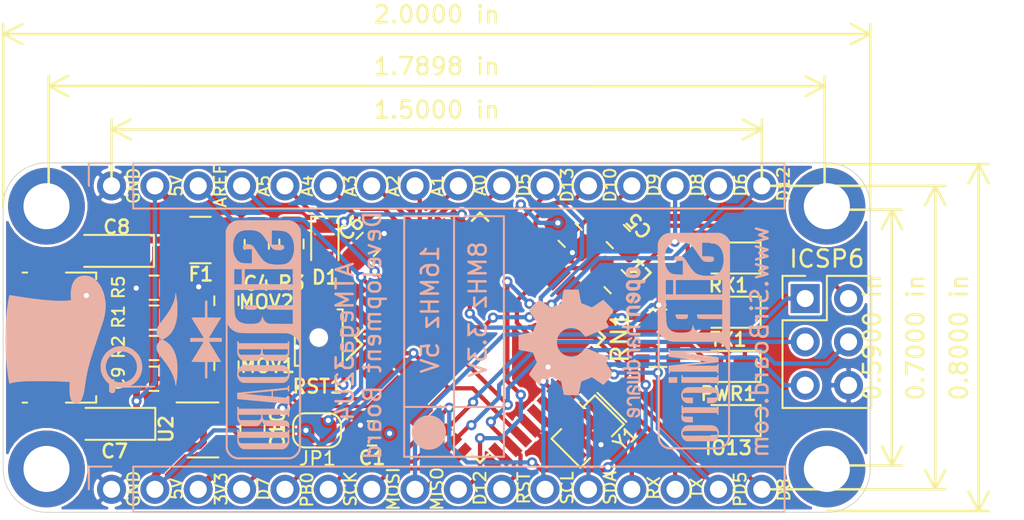
<source format=kicad_pcb>
(kicad_pcb (version 20171130) (host pcbnew "(5.1.2)-2")
  (layers (0 F.Cu signal) (31 B.Cu signal) (34 B.Paste user hide) (35 F.Paste user hide) (36 B.SilkS user hide) (37 F.SilkS user) (38 B.Mask user hide) (39 F.Mask user hide) (44 Edge.Cuts user))
  (net 0 "")
  (net 1 GND)
  (net 2 "Net-(J3-Pad4)")
  (net 3 "Net-(L1-Pad2)")
  (net 4 "Net-(U2-Pad4)")
  (net 5 /X1)
  (net 6 /X2)
  (net 7 /Vbus)
  (net 8 /D+)
  (net 9 /D-)
  (net 10 /uD+)
  (net 11 /uD-)
  (net 12 /HWB)
  (net 13 5V)
  (net 14 AREF)
  (net 15 3V3)
  (net 16 RST)
  (net 17 MISO)
  (net 18 SCK)
  (net 19 MOSI)
  (net 20 "Net-(IO13-Pad2)")
  (net 21 A5)
  (net 22 A4)
  (net 23 A3)
  (net 24 A2)
  (net 25 A1)
  (net 26 A0)
  (net 27 D5)
  (net 28 D13)
  (net 29 D10)
  (net 30 D9)
  (net 31 D8)
  (net 32 D6)
  (net 33 D12)
  (net 34 D7)
  (net 35 RXLED)
  (net 36 SCL)
  (net 37 SDA)
  (net 38 RX)
  (net 39 TX)
  (net 40 "Net-(PWR1-Pad2)")
  (net 41 "Net-(RN1-Pad8)")
  (net 42 "Net-(RN1-Pad7)")
  (net 43 TXLED)
  (net 44 D11)
  (net 45 D4)
  (net 46 "Net-(C1-Pad1)")
  (module Jumper:SolderJumper-2_P1.3mm_Bridged_RoundedPad1.0x1.5mm (layer F.Cu) (at 89.8652 63.4238)
    (fp_text reference JP1 (at 0.0254 1.651) (layer F.SilkS) (effects (font (size 0.8 0.8) (thickness 0.12))))
    (fp_text value SolderJumper_2_Bridged)
    (fp_poly (pts (xy 0.25 -0.127) (xy -0.25 -0.127) (xy -0.25 0.127) (xy 0.25 0.127)) (layer F.Cu) (width 0))
    (pad 1 smd custom (at -0.65 0) (size 1 0.5) (layers F.Cu F.Mask) (net 13 5V) (options (clearance outline) (anchor rect)) (primitives (gr_circle (center 0 0.25) (end 0.5 0.25) (width 0)) (gr_circle (center 0 -0.25) (end 0.5 -0.25) (width 0)) (gr_poly (pts (xy 0 -0.75) (xy 0.5 -0.75) (xy 0.5 0.75) (xy 0 0.75)) (width 0))))
    (pad 2 smd custom (at 0.65 0) (size 1 0.5) (layers F.Cu F.Mask) (net 14 AREF) (options (clearance outline) (anchor rect)) (primitives (gr_circle (center 0 0.25) (end 0.5 0.25) (width 0)) (gr_circle (center 0 -0.25) (end 0.5 -0.25) (width 0)) (gr_poly (pts (xy 0 -0.75) (xy -0.5 -0.75) (xy -0.5 0.75) (xy 0 0.75)) (width 0))))
  )
  (module Connector_PinHeader_2.54mm:PinHeader_1x16_P2.54mm_Vertical (layer B.Cu) (at 77.8256 66.8782 270)
    (fp_text reference J2 hide)
    (fp_text value Conn_01x16)
    (pad 1 thru_hole circle (at 0 0 270) (size 1.7 1.7) (drill 1) (layers *.Cu *.Mask) (net 1 GND))
    (pad 2 thru_hole oval (at 0 -2.54 270) (size 1.7 1.7) (drill 1) (layers *.Cu *.Mask) (net 13 5V))
    (pad 3 thru_hole oval (at 0 -5.08 270) (size 1.7 1.7) (drill 1) (layers *.Cu *.Mask) (net 15 3V3))
    (pad 4 thru_hole oval (at 0 -7.62 270) (size 1.7 1.7) (drill 1) (layers *.Cu *.Mask) (net 34 D7))
    (pad 5 thru_hole oval (at 0 -10.16 270) (size 1.7 1.7) (drill 1) (layers *.Cu *.Mask) (net 35 RXLED))
    (pad 6 thru_hole oval (at 0 -12.7 270) (size 1.7 1.7) (drill 1) (layers *.Cu *.Mask) (net 18 SCK))
    (pad 7 thru_hole oval (at 0 -15.24 270) (size 1.7 1.7) (drill 1) (layers *.Cu *.Mask) (net 19 MOSI))
    (pad 8 thru_hole oval (at 0 -17.78 270) (size 1.7 1.7) (drill 1) (layers *.Cu *.Mask) (net 17 MISO))
    (pad 9 thru_hole oval (at 0 -20.32 270) (size 1.7 1.7) (drill 1) (layers *.Cu *.Mask) (net 33 D12))
    (pad 10 thru_hole oval (at 0 -22.86 270) (size 1.7 1.7) (drill 1) (layers *.Cu *.Mask) (net 16 RST))
    (pad 11 thru_hole oval (at 0 -25.4 270) (size 1.7 1.7) (drill 1) (layers *.Cu *.Mask) (net 36 SCL))
    (pad 12 thru_hole oval (at 0 -27.94 270) (size 1.7 1.7) (drill 1) (layers *.Cu *.Mask) (net 37 SDA))
    (pad 13 thru_hole oval (at 0 -30.48 270) (size 1.7 1.7) (drill 1) (layers *.Cu *.Mask) (net 38 RX))
    (pad 14 thru_hole oval (at 0 -33.02 270) (size 1.7 1.7) (drill 1) (layers *.Cu *.Mask) (net 39 TX))
    (pad 15 thru_hole oval (at 0 -35.56 270) (size 1.7 1.7) (drill 1) (layers *.Cu *.Mask) (net 43 TXLED))
    (pad 16 thru_hole oval (at 0 -38.1 270) (size 1.7 1.7) (drill 1) (layers *.Cu *.Mask) (net 31 D8))
  )
  (module Inductor_SMD:L_0805_2012Metric_Pad1.15x1.40mm_HandSolder (layer F.Cu) (at 107.3912 54.7116 315)
    (fp_text reference L1 (at 0.538815 -1.436841 135 unlocked) (layer F.SilkS) (effects (font (size 0.8 0.8))))
    (fp_text value 10uH)
    (pad 2 smd roundrect (at 1.025 0 315) (size 1.15 1.4) (layers F.Cu F.Paste F.Mask) (roundrect_rratio 0.217391) (net 3 "Net-(L1-Pad2)"))
    (pad 1 smd roundrect (at -1.025 0 315) (size 1.15 1.4) (layers F.Cu F.Paste F.Mask) (roundrect_rratio 0.217391) (net 13 5V))
  )
  (module Symbol:OSHW-Logo2_9.8x8mm_SilkScreen (layer B.Cu) (at 105.3846 58.2676 270)
    (fp_text reference REF** hide)
    (fp_text value OSHW-Logo2_9.8x8mm_SilkScreen hide)
  )
  (module logo:SirMicro127x42 (layer B.Cu) (at 111.9378 58.1914 270)
    (fp_text reference G*** hide)
    (fp_text value LOGO hide)
  )
  (module logo:SirBoard140x44 (layer B.Cu) (at 86.7156 58.1152 270)
    (fp_text reference G*** hide)
    (fp_text value LOGO hide)
  )
  (module logo:logo126x178 (layer B.Cu) (at 77.9526 58.1152 270)
    (fp_text reference G*** hide)
    (fp_text value LOGO hide)
  )
  (module MountingHole:MountingHole_2.7mm_M2.5_ISO14580_Pad (layer F.Cu) (at 119.7356 50.292)
    (fp_text reference REF** hide)
    (fp_text value MountingHole_2.7mm_M2.5_ISO14580_Pad)
    (pad 1 thru_hole circle (at 0 0) (size 4.5 4.5) (drill 2.7) (layers *.Cu *.Mask))
  )
  (module MountingHole:MountingHole_2.7mm_M2.5_ISO14580_Pad (layer F.Cu) (at 119.7356 65.6844)
    (fp_text reference REF** hide)
    (fp_text value MountingHole_2.7mm_M2.5_ISO14580_Pad)
    (pad 1 thru_hole circle (at 0 0) (size 4.5 4.5) (drill 2.7) (layers *.Cu *.Mask))
  )
  (module MountingHole:MountingHole_2.7mm_M2.5_ISO14580_Pad (layer F.Cu) (at 74.0156 65.6844)
    (fp_text reference REF** hide)
    (fp_text value MountingHole_2.7mm_M2.5_ISO14580_Pad)
    (pad 1 thru_hole circle (at 0 0) (size 4.5 4.5) (drill 2.7) (layers *.Cu *.Mask))
  )
  (module MountingHole:MountingHole_2.7mm_M2.5_ISO14580_Pad (layer F.Cu) (at 74.0156 50.292)
    (fp_text reference REF** hide)
    (fp_text value MountingHole_2.7mm_M2.5_ISO14580_Pad)
    (pad 1 thru_hole circle (at 0 0) (size 4.5 4.5) (drill 2.7) (layers *.Cu *.Mask))
  )
  (module Crystal:Resonator_SMD_muRata_CSTxExxV-3Pin_3.0x1.1mm (layer F.Cu) (at 105.725128 63.489672 225)
    (fp_text reference Y1 (at -1.278551 -1.867893 45) (layer F.SilkS) (effects (font (size 0.8 0.8) (thickness 0.13))))
    (fp_text value Resonator)
    (pad 1 smd rect (at -1.2 0 225) (size 0.4 1.9) (layers F.Cu F.Paste F.Mask) (net 5 /X1))
    (pad 2 smd rect (at 0 0 225) (size 0.4 1.9) (layers F.Cu F.Paste F.Mask) (net 1 GND))
    (pad 3 smd rect (at 1.2 0 225) (size 0.4 1.9) (layers F.Cu F.Paste F.Mask) (net 6 /X2))
  )
  (module LED_SMD:LED_0805_2012Metric_Castellated (layer F.Cu) (at 113.9698 53.3273 180)
    (fp_text reference RX1 (at 0 -1.6) (layer F.SilkS) (effects (font (size 0.8 0.8))))
    (fp_text value LED)
    (pad 1 smd roundrect (at -0.9625 0 180) (size 1.325 1.3) (layers F.Cu F.Paste F.Mask) (roundrect_rratio 0.192308) (net 1 GND))
    (pad 2 smd roundrect (at 0.9625 0 180) (size 1.325 1.3) (layers F.Cu F.Paste F.Mask) (roundrect_rratio 0.192308) (net 41 "Net-(RN1-Pad8)"))
  )
  (module Capacitor_Tantalum_SMD:CP_EIA-3216-18_Kemet-A_Pad1.58x1.35mm_HandSolder (layer F.Cu) (at 77.9018 63.0428 180)
    (fp_text reference C7 (at -0.1016 -1.6002 180) (layer F.SilkS) (effects (font (size 0.8 0.8))))
    (fp_text value 1uF)
    (pad 1 smd roundrect (at -1.4375 0 180) (size 1.575 1.35) (layers F.Cu F.Paste F.Mask) (roundrect_rratio 0.185185) (net 13 5V))
    (pad 2 smd roundrect (at 1.4375 0 180) (size 1.575 1.35) (layers F.Cu F.Paste F.Mask) (roundrect_rratio 0.185185) (net 1 GND))
  )
  (module Capacitor_Tantalum_SMD:CP_EIA-3216-18_Kemet-A_Pad1.58x1.35mm_HandSolder (layer F.Cu) (at 77.8256 52.9082 180)
    (fp_text reference C8 (at -0.3048 1.397) (layer F.SilkS) (effects (font (size 0.8 0.8))))
    (fp_text value 22uF)
    (pad 1 smd roundrect (at -1.4375 0 180) (size 1.575 1.35) (layers F.Cu F.Paste F.Mask) (roundrect_rratio 0.185185) (net 7 /Vbus))
    (pad 2 smd roundrect (at 1.4375 0 180) (size 1.575 1.35) (layers F.Cu F.Paste F.Mask) (roundrect_rratio 0.185185) (net 1 GND))
  )
  (module Capacitor_SMD:C_0805_2012Metric_Pad1.15x1.40mm_HandSolder (layer F.Cu) (at 80.3148 60.4012)
    (fp_text reference C9 (at -2.0828 -0.0254 90) (layer F.SilkS) (effects (font (size 0.7 0.7) (thickness 0.12))))
    (fp_text value 1uF)
    (pad 2 smd roundrect (at 1.025 0) (size 1.15 1.4) (layers F.Cu F.Paste F.Mask) (roundrect_rratio 0.217391) (net 1 GND))
    (pad 1 smd roundrect (at -1.025 0) (size 1.15 1.4) (layers F.Cu F.Paste F.Mask) (roundrect_rratio 0.217391) (net 13 5V))
  )
  (module Capacitor_SMD:C_0805_2012Metric_Pad1.15x1.40mm_HandSolder (layer F.Cu) (at 86.0806 63.3984 90)
    (fp_text reference C10 (at 0.0254 1.4732 90 unlocked) (layer F.SilkS) (effects (font (size 0.8 0.8))))
    (fp_text value 1uF)
    (pad 2 smd roundrect (at 1.025 0 90) (size 1.15 1.4) (layers F.Cu F.Paste F.Mask) (roundrect_rratio 0.217391) (net 1 GND))
    (pad 1 smd roundrect (at -1.025 0 90) (size 1.15 1.4) (layers F.Cu F.Paste F.Mask) (roundrect_rratio 0.217391) (net 15 3V3))
  )
  (module Resistor_SMD:R_0805_2012Metric_Pad1.15x1.40mm_HandSolder (layer F.Cu) (at 84.5566 59.6392 270)
    (fp_text reference MOV1 (at 0 -2.413) (layer F.SilkS) (effects (font (size 0.8 0.8))))
    (fp_text value 5V)
    (pad 1 smd roundrect (at -1.025 0 270) (size 1.15 1.4) (layers F.Cu F.Paste F.Mask) (roundrect_rratio 0.217391) (net 10 /uD+))
    (pad 2 smd roundrect (at 1.025 0 270) (size 1.15 1.4) (layers F.Cu F.Paste F.Mask) (roundrect_rratio 0.217391) (net 1 GND))
  )
  (module Resistor_SMD:R_0805_2012Metric_Pad1.15x1.40mm_HandSolder (layer F.Cu) (at 84.5566 55.8292 90)
    (fp_text reference MOV2 (at -0.0762 2.3368 unlocked) (layer F.SilkS) (effects (font (size 0.8 0.8))))
    (fp_text value 5V)
    (pad 1 smd roundrect (at -1.025 0 90) (size 1.15 1.4) (layers F.Cu F.Paste F.Mask) (roundrect_rratio 0.217391) (net 11 /uD-))
    (pad 2 smd roundrect (at 1.025 0 90) (size 1.15 1.4) (layers F.Cu F.Paste F.Mask) (roundrect_rratio 0.217391) (net 1 GND))
  )
  (module LED_SMD:LED_0805_2012Metric_Castellated (layer F.Cu) (at 113.9698 59.6773 180)
    (fp_text reference PWR1 (at 0 -1.6) (layer F.SilkS) (effects (font (size 0.8 0.8))))
    (fp_text value LED)
    (pad 1 smd roundrect (at -0.9625 0 180) (size 1.325 1.3) (layers F.Cu F.Paste F.Mask) (roundrect_rratio 0.192308) (net 1 GND))
    (pad 2 smd roundrect (at 0.9625 0 180) (size 1.325 1.3) (layers F.Cu F.Paste F.Mask) (roundrect_rratio 0.192308) (net 40 "Net-(PWR1-Pad2)"))
  )
  (module Resistor_SMD:R_0805_2012Metric_Pad1.15x1.40mm_HandSolder (layer F.Cu) (at 80.3148 56.8198)
    (fp_text reference R1 (at -2.0828 -0.0508 90) (layer F.SilkS) (effects (font (size 0.7 0.7) (thickness 0.12))))
    (fp_text value 22e)
    (pad 1 smd roundrect (at -1.025 0) (size 1.15 1.4) (layers F.Cu F.Paste F.Mask) (roundrect_rratio 0.217391) (net 9 /D-))
    (pad 2 smd roundrect (at 1.025 0) (size 1.15 1.4) (layers F.Cu F.Paste F.Mask) (roundrect_rratio 0.217391) (net 11 /uD-))
  )
  (module Resistor_SMD:R_Array_Convex_4x0603 (layer F.Cu) (at 109.8423 58.0263)
    (fp_text reference RN1 (at -2.2225 -0.0635 90) (layer F.SilkS))
    (fp_text value 1k)
    (pad 5 smd rect (at 0.9 1.2) (size 0.8 0.5) (layers F.Cu F.Paste F.Mask) (net 20 "Net-(IO13-Pad2)"))
    (pad 6 smd rect (at 0.9 0.4) (size 0.8 0.4) (layers F.Cu F.Paste F.Mask) (net 40 "Net-(PWR1-Pad2)"))
    (pad 8 smd rect (at 0.9 -1.2) (size 0.8 0.5) (layers F.Cu F.Paste F.Mask) (net 41 "Net-(RN1-Pad8)"))
    (pad 7 smd rect (at 0.9 -0.4) (size 0.8 0.4) (layers F.Cu F.Paste F.Mask) (net 42 "Net-(RN1-Pad7)"))
    (pad 4 smd rect (at -0.9 1.2) (size 0.8 0.5) (layers F.Cu F.Paste F.Mask) (net 35 RXLED))
    (pad 2 smd rect (at -0.9 -0.4) (size 0.8 0.4) (layers F.Cu F.Paste F.Mask) (net 13 5V))
    (pad 3 smd rect (at -0.9 0.4) (size 0.8 0.4) (layers F.Cu F.Paste F.Mask) (net 43 TXLED))
    (pad 1 smd rect (at -0.9 -1.2) (size 0.8 0.5) (layers F.Cu F.Paste F.Mask) (net 28 D13))
  )
  (module LED_SMD:LED_0805_2012Metric_Castellated (layer F.Cu) (at 113.9698 56.5023 180)
    (fp_text reference TX1 (at 0 -1.6) (layer F.SilkS) (effects (font (size 0.8 0.8))))
    (fp_text value LED)
    (pad 1 smd roundrect (at -0.9625 0 180) (size 1.325 1.3) (layers F.Cu F.Paste F.Mask) (roundrect_rratio 0.192308) (net 1 GND))
    (pad 2 smd roundrect (at 0.9625 0 180) (size 1.325 1.3) (layers F.Cu F.Paste F.Mask) (roundrect_rratio 0.192308) (net 42 "Net-(RN1-Pad7)"))
  )
  (module Package_TO_SOT_SMD:SOT-23-5 (layer F.Cu) (at 83.185 63.3984)
    (fp_text reference U2 (at -2.159 -0.0508 90 unlocked) (layer F.SilkS) (effects (font (size 0.8 0.8))))
    (fp_text value AP2127K-3.3)
    (pad 5 smd rect (at 1.1 -0.95) (size 1.06 0.65) (layers F.Cu F.Paste F.Mask) (net 15 3V3))
    (pad 4 smd rect (at 1.1 0.95) (size 1.06 0.65) (layers F.Cu F.Paste F.Mask) (net 4 "Net-(U2-Pad4)"))
    (pad 3 smd rect (at -1.1 0.95) (size 1.06 0.65) (layers F.Cu F.Paste F.Mask) (net 13 5V))
    (pad 2 smd rect (at -1.1 0) (size 1.06 0.65) (layers F.Cu F.Paste F.Mask) (net 1 GND))
    (pad 1 smd rect (at -1.1 -0.95) (size 1.06 0.65) (layers F.Cu F.Paste F.Mask) (net 13 5V))
  )
  (module Resistor_SMD:R_0805_2012Metric_Pad1.15x1.40mm_HandSolder (layer F.Cu) (at 80.3148 58.5978)
    (fp_text reference R2 (at -2.0828 -0.0508 90) (layer F.SilkS) (effects (font (size 0.7 0.7) (thickness 0.12))))
    (fp_text value 22e)
    (pad 1 smd roundrect (at -1.025 0) (size 1.15 1.4) (layers F.Cu F.Paste F.Mask) (roundrect_rratio 0.217391) (net 8 /D+))
    (pad 2 smd roundrect (at 1.025 0) (size 1.15 1.4) (layers F.Cu F.Paste F.Mask) (roundrect_rratio 0.217391) (net 10 /uD+))
  )
  (module Resistor_SMD:R_0805_2012Metric_Pad1.15x1.40mm_HandSolder (layer F.Cu) (at 88.3666 52.5018 270)
    (fp_text reference R3 (at 2.286 0 180) (layer F.SilkS) (effects (font (size 0.8 0.8))))
    (fp_text value 10k)
    (pad 2 smd roundrect (at 1.025 0 270) (size 1.15 1.4) (layers F.Cu F.Paste F.Mask) (roundrect_rratio 0.217391) (net 16 RST))
    (pad 1 smd roundrect (at -1.025 0 270) (size 1.15 1.4) (layers F.Cu F.Paste F.Mask) (roundrect_rratio 0.217391) (net 13 5V))
  )
  (module Resistor_SMD:R_0805_2012Metric_Pad1.15x1.40mm_HandSolder (layer F.Cu) (at 104.6988 51.9938 315)
    (fp_text reference R4 hide)
    (fp_text value 22e)
    (pad 2 smd roundrect (at 1.025 0 315) (size 1.15 1.4) (layers F.Cu F.Paste F.Mask) (roundrect_rratio 0.217391) (net 1 GND))
    (pad 1 smd roundrect (at -1.025 0 315) (size 1.15 1.4) (layers F.Cu F.Paste F.Mask) (roundrect_rratio 0.217391) (net 12 /HWB))
  )
  (module Resistor_SMD:R_0805_2012Metric_Pad1.15x1.40mm_HandSolder (layer F.Cu) (at 80.3148 55.0672 180)
    (fp_text reference R5 (at 2.0828 0.0254 90) (layer F.SilkS) (effects (font (size 0.7 0.7) (thickness 0.12))))
    (fp_text value 10k)
    (pad 1 smd roundrect (at -1.025 0 180) (size 1.15 1.4) (layers F.Cu F.Paste F.Mask) (roundrect_rratio 0.217391) (net 7 /Vbus))
    (pad 2 smd roundrect (at 1.025 0 180) (size 1.15 1.4) (layers F.Cu F.Paste F.Mask) (roundrect_rratio 0.217391) (net 1 GND))
  )
  (module Package_QFP:TQFP-44_10x10mm_P0.8mm (layer F.Cu) (at 99.4156 57.9882 45)
    (fp_text reference U1 hide)
    (fp_text value ATmega32U4-AU)
    (pad 44 smd rect (at -4 -5.7 135) (size 1.5 0.55) (layers F.Cu F.Paste F.Mask) (net 3 "Net-(L1-Pad2)"))
    (pad 43 smd rect (at -3.2 -5.7 135) (size 1.5 0.55) (layers F.Cu F.Paste F.Mask) (net 1 GND))
    (pad 42 smd rect (at -2.4 -5.7 135) (size 1.5 0.55) (layers F.Cu F.Paste F.Mask) (net 14 AREF))
    (pad 41 smd rect (at -1.6 -5.7 135) (size 1.5 0.55) (layers F.Cu F.Paste F.Mask) (net 21 A5))
    (pad 40 smd rect (at -0.8 -5.7 135) (size 1.5 0.55) (layers F.Cu F.Paste F.Mask) (net 22 A4))
    (pad 39 smd rect (at 0 -5.7 135) (size 1.5 0.55) (layers F.Cu F.Paste F.Mask) (net 23 A3))
    (pad 38 smd rect (at 0.8 -5.7 135) (size 1.5 0.55) (layers F.Cu F.Paste F.Mask) (net 24 A2))
    (pad 37 smd rect (at 1.6 -5.7 135) (size 1.5 0.55) (layers F.Cu F.Paste F.Mask) (net 25 A1))
    (pad 36 smd rect (at 2.4 -5.7 135) (size 1.5 0.55) (layers F.Cu F.Paste F.Mask) (net 26 A0))
    (pad 35 smd rect (at 3.2 -5.7 135) (size 1.5 0.55) (layers F.Cu F.Paste F.Mask) (net 1 GND))
    (pad 34 smd rect (at 4 -5.7 135) (size 1.5 0.55) (layers F.Cu F.Paste F.Mask) (net 13 5V))
    (pad 33 smd rect (at 5.7 -4 45) (size 1.5 0.55) (layers F.Cu F.Paste F.Mask) (net 12 /HWB))
    (pad 32 smd rect (at 5.7 -3.2 45) (size 1.5 0.55) (layers F.Cu F.Paste F.Mask) (net 28 D13))
    (pad 31 smd rect (at 5.7 -2.4 45) (size 1.5 0.55) (layers F.Cu F.Paste F.Mask) (net 27 D5))
    (pad 30 smd rect (at 5.7 -1.6 45) (size 1.5 0.55) (layers F.Cu F.Paste F.Mask) (net 29 D10))
    (pad 29 smd rect (at 5.7 -0.8 45) (size 1.5 0.55) (layers F.Cu F.Paste F.Mask) (net 30 D9))
    (pad 28 smd rect (at 5.7 0 45) (size 1.5 0.55) (layers F.Cu F.Paste F.Mask) (net 31 D8))
    (pad 27 smd rect (at 5.7 0.8 45) (size 1.5 0.55) (layers F.Cu F.Paste F.Mask) (net 32 D6))
    (pad 26 smd rect (at 5.7 1.6 45) (size 1.5 0.55) (layers F.Cu F.Paste F.Mask) (net 33 D12))
    (pad 25 smd rect (at 5.7 2.4 45) (size 1.5 0.55) (layers F.Cu F.Paste F.Mask) (net 45 D4))
    (pad 24 smd rect (at 5.7 3.2 45) (size 1.5 0.55) (layers F.Cu F.Paste F.Mask) (net 3 "Net-(L1-Pad2)"))
    (pad 23 smd rect (at 5.7 4 45) (size 1.5 0.55) (layers F.Cu F.Paste F.Mask) (net 1 GND))
    (pad 22 smd rect (at 4 5.7 135) (size 1.5 0.55) (layers F.Cu F.Paste F.Mask) (net 43 TXLED))
    (pad 21 smd rect (at 3.2 5.7 135) (size 1.5 0.55) (layers F.Cu F.Paste F.Mask) (net 39 TX))
    (pad 20 smd rect (at 2.4 5.7 135) (size 1.5 0.55) (layers F.Cu F.Paste F.Mask) (net 38 RX))
    (pad 19 smd rect (at 1.6 5.7 135) (size 1.5 0.55) (layers F.Cu F.Paste F.Mask) (net 37 SDA))
    (pad 18 smd rect (at 0.8 5.7 135) (size 1.5 0.55) (layers F.Cu F.Paste F.Mask) (net 36 SCL))
    (pad 17 smd rect (at 0 5.7 135) (size 1.5 0.55) (layers F.Cu F.Paste F.Mask) (net 5 /X1))
    (pad 16 smd rect (at -0.8 5.7 135) (size 1.5 0.55) (layers F.Cu F.Paste F.Mask) (net 6 /X2))
    (pad 15 smd rect (at -1.6 5.7 135) (size 1.5 0.55) (layers F.Cu F.Paste F.Mask) (net 1 GND))
    (pad 14 smd rect (at -2.4 5.7 135) (size 1.5 0.55) (layers F.Cu F.Paste F.Mask) (net 13 5V))
    (pad 13 smd rect (at -3.2 5.7 135) (size 1.5 0.55) (layers F.Cu F.Paste F.Mask) (net 16 RST))
    (pad 12 smd rect (at -4 5.7 135) (size 1.5 0.55) (layers F.Cu F.Paste F.Mask) (net 44 D11))
    (pad 11 smd rect (at -5.7 4 45) (size 1.5 0.55) (layers F.Cu F.Paste F.Mask) (net 17 MISO))
    (pad 10 smd rect (at -5.7 3.2 45) (size 1.5 0.55) (layers F.Cu F.Paste F.Mask) (net 19 MOSI))
    (pad 9 smd rect (at -5.7 2.4 45) (size 1.5 0.55) (layers F.Cu F.Paste F.Mask) (net 18 SCK))
    (pad 8 smd rect (at -5.7 1.6 45) (size 1.5 0.55) (layers F.Cu F.Paste F.Mask) (net 35 RXLED))
    (pad 7 smd rect (at -5.7 0.8 45) (size 1.5 0.55) (layers F.Cu F.Paste F.Mask) (net 13 5V))
    (pad 6 smd rect (at -5.7 0 45) (size 1.5 0.55) (layers F.Cu F.Paste F.Mask) (net 46 "Net-(C1-Pad1)"))
    (pad 5 smd rect (at -5.7 -0.8 45) (size 1.5 0.55) (layers F.Cu F.Paste F.Mask) (net 1 GND))
    (pad 4 smd rect (at -5.7 -1.6 45) (size 1.5 0.55) (layers F.Cu F.Paste F.Mask) (net 10 /uD+))
    (pad 3 smd rect (at -5.7 -2.4 45) (size 1.5 0.55) (layers F.Cu F.Paste F.Mask) (net 11 /uD-))
    (pad 2 smd rect (at -5.7 -3.2 45) (size 1.5 0.55) (layers F.Cu F.Paste F.Mask) (net 13 5V))
    (pad 1 smd rect (at -5.7 -4 45) (size 1.5 0.55) (layers F.Cu F.Paste F.Mask) (net 34 D7))
  )
  (module Capacitor_SMD:C_0805_2012Metric_Pad1.15x1.40mm_HandSolder (layer F.Cu) (at 93.091 63.6016 180)
    (fp_text reference C1 (at 0 -1.436841 unlocked) (layer F.SilkS) (effects (font (size 0.8 0.8))))
    (fp_text value 1uF)
    (pad 1 smd roundrect (at -1.025 0 180) (size 1.15 1.4) (layers F.Cu F.Paste F.Mask) (roundrect_rratio 0.217391) (net 46 "Net-(C1-Pad1)"))
    (pad 2 smd roundrect (at 1.025 0 180) (size 1.15 1.4) (layers F.Cu F.Paste F.Mask) (roundrect_rratio 0.217391) (net 1 GND))
  )
  (module Capacitor_SMD:C_0805_2012Metric_Pad1.15x1.40mm_HandSolder (layer F.Cu) (at 86.3346 52.5272 270)
    (fp_text reference C4 (at 2.286 0 180) (layer F.SilkS) (effects (font (size 0.8 0.8))))
    (fp_text value 100nF)
    (pad 2 smd roundrect (at 1.025 0 270) (size 1.15 1.4) (layers F.Cu F.Paste F.Mask) (roundrect_rratio 0.217391) (net 1 GND))
    (pad 1 smd roundrect (at -1.025 0 270) (size 1.15 1.4) (layers F.Cu F.Paste F.Mask) (roundrect_rratio 0.217391) (net 13 5V))
  )
  (module Capacitor_SMD:C_0805_2012Metric_Pad1.15x1.40mm_HandSolder (layer F.Cu) (at 107.5182 52.07 135)
    (fp_text reference C5 (at -0.413092 1.311117 135 unlocked) (layer F.SilkS) (effects (font (size 0.8 0.8))))
    (fp_text value 100nF)
    (pad 1 smd roundrect (at -1.025 0 135) (size 1.15 1.4) (layers F.Cu F.Paste F.Mask) (roundrect_rratio 0.217391) (net 13 5V))
    (pad 2 smd roundrect (at 1.025 0 135) (size 1.15 1.4) (layers F.Cu F.Paste F.Mask) (roundrect_rratio 0.217391) (net 1 GND))
  )
  (module Capacitor_SMD:C_0805_2012Metric_Pad1.15x1.40mm_HandSolder (layer F.Cu) (at 92.8624 52.5272 45)
    (fp_text reference C6 (at -0.017961 -1.382959 45) (layer F.SilkS) (effects (font (size 0.8 0.8))))
    (fp_text value 100nF)
    (pad 2 smd roundrect (at 1.025 0 45) (size 1.15 1.4) (layers F.Cu F.Paste F.Mask) (roundrect_rratio 0.217391) (net 1 GND))
    (pad 1 smd roundrect (at -1.025 0 45) (size 1.15 1.4) (layers F.Cu F.Paste F.Mask) (roundrect_rratio 0.217391) (net 14 AREF))
  )
  (module Diode_SMD:D_SOD-110 (layer F.Cu) (at 90.3224 52.4002 270)
    (fp_text reference D1 (at 2.0574 -0.0254 180) (layer F.SilkS) (effects (font (size 0.8 0.8))))
    (fp_text value D)
    (pad 2 smd rect (at 0.95 0 270) (size 0.8 1) (layers F.Cu F.Paste F.Mask) (net 16 RST))
    (pad 1 smd rect (at -0.95 0 270) (size 0.8 1) (layers F.Cu F.Paste F.Mask) (net 13 5V))
  )
  (module Resistor_SMD:R_1210_3225Metric_Pad1.42x2.65mm_HandSolder (layer F.Cu) (at 83.0326 52.2732 180)
    (fp_text reference F1 (at -0.0254 -2.0066) (layer F.SilkS) (effects (font (size 0.8 0.8))))
    (fp_text value 500mA)
    (pad 2 smd roundrect (at 1.4875 0 180) (size 1.425 2.65) (layers F.Cu F.Paste F.Mask) (roundrect_rratio 0.175439) (net 7 /Vbus))
    (pad 1 smd roundrect (at -1.4875 0 180) (size 1.425 2.65) (layers F.Cu F.Paste F.Mask) (roundrect_rratio 0.175439) (net 13 5V))
  )
  (module Connector_PinHeader_2.54mm:PinHeader_2x03_P2.54mm_Vertical (layer F.Cu) (at 118.4656 55.7022)
    (fp_text reference ICSP6 (at 1.27 -2.33) (layer F.SilkS))
    (fp_text value Conn_02x03_Odd_Even)
    (pad 1 thru_hole rect (at 0 0) (size 1.7 1.7) (drill 1) (layers *.Cu *.Mask) (net 17 MISO))
    (pad 2 thru_hole oval (at 2.54 0) (size 1.7 1.7) (drill 1) (layers *.Cu *.Mask) (net 13 5V))
    (pad 3 thru_hole oval (at 0 2.54) (size 1.7 1.7) (drill 1) (layers *.Cu *.Mask) (net 18 SCK))
    (pad 4 thru_hole oval (at 2.54 2.54) (size 1.7 1.7) (drill 1) (layers *.Cu *.Mask) (net 19 MOSI))
    (pad 5 thru_hole oval (at 0 5.08) (size 1.7 1.7) (drill 1) (layers *.Cu *.Mask) (net 16 RST))
    (pad 6 thru_hole oval (at 2.54 5.08) (size 1.7 1.7) (drill 1) (layers *.Cu *.Mask) (net 1 GND))
  )
  (module LED_SMD:LED_0805_2012Metric_Castellated (layer F.Cu) (at 113.9698 62.8523 180)
    (fp_text reference IO13 (at 0 -1.6) (layer F.SilkS) (effects (font (size 0.8 0.8))))
    (fp_text value LED)
    (pad 1 smd roundrect (at -0.9625 0 180) (size 1.325 1.3) (layers F.Cu F.Paste F.Mask) (roundrect_rratio 0.192308) (net 1 GND))
    (pad 2 smd roundrect (at 0.9625 0 180) (size 1.325 1.3) (layers F.Cu F.Paste F.Mask) (roundrect_rratio 0.192308) (net 20 "Net-(IO13-Pad2)"))
  )
  (module Connector_PinHeader_2.54mm:PinHeader_1x16_P2.54mm_Vertical (layer B.Cu) (at 77.8256 49.0982 270)
    (fp_text reference J1 hide)
    (fp_text value Conn_01x16)
    (pad 1 thru_hole circle (at 0 0 270) (size 1.7 1.7) (drill 1) (layers *.Cu *.Mask) (net 1 GND))
    (pad 2 thru_hole oval (at 0 -2.54 270) (size 1.7 1.7) (drill 1) (layers *.Cu *.Mask) (net 13 5V))
    (pad 3 thru_hole oval (at 0 -5.08 270) (size 1.7 1.7) (drill 1) (layers *.Cu *.Mask) (net 14 AREF))
    (pad 4 thru_hole oval (at 0 -7.62 270) (size 1.7 1.7) (drill 1) (layers *.Cu *.Mask) (net 21 A5))
    (pad 5 thru_hole oval (at 0 -10.16 270) (size 1.7 1.7) (drill 1) (layers *.Cu *.Mask) (net 22 A4))
    (pad 6 thru_hole oval (at 0 -12.7 270) (size 1.7 1.7) (drill 1) (layers *.Cu *.Mask) (net 23 A3))
    (pad 7 thru_hole oval (at 0 -15.24 270) (size 1.7 1.7) (drill 1) (layers *.Cu *.Mask) (net 24 A2))
    (pad 8 thru_hole oval (at 0 -17.78 270) (size 1.7 1.7) (drill 1) (layers *.Cu *.Mask) (net 25 A1))
    (pad 9 thru_hole oval (at 0 -20.32 270) (size 1.7 1.7) (drill 1) (layers *.Cu *.Mask) (net 26 A0))
    (pad 10 thru_hole oval (at 0 -22.86 270) (size 1.7 1.7) (drill 1) (layers *.Cu *.Mask) (net 27 D5))
    (pad 11 thru_hole oval (at 0 -25.4 270) (size 1.7 1.7) (drill 1) (layers *.Cu *.Mask) (net 28 D13))
    (pad 12 thru_hole oval (at 0 -27.94 270) (size 1.7 1.7) (drill 1) (layers *.Cu *.Mask) (net 29 D10))
    (pad 13 thru_hole oval (at 0 -30.48 270) (size 1.7 1.7) (drill 1) (layers *.Cu *.Mask) (net 30 D9))
    (pad 14 thru_hole oval (at 0 -33.02 270) (size 1.7 1.7) (drill 1) (layers *.Cu *.Mask) (net 45 D4))
    (pad 15 thru_hole oval (at 0 -35.56 270) (size 1.7 1.7) (drill 1) (layers *.Cu *.Mask) (net 32 D6))
    (pad 16 thru_hole oval (at 0 -38.1 270) (size 1.7 1.7) (drill 1) (layers *.Cu *.Mask) (net 33 D12))
  )
  (module Connector_USB:USB_Micro-B_Molex_47346-0001 (layer F.Cu) (at 75.2156 57.9882 270)
    (fp_text reference J3 hide)
    (fp_text value USB_B_Micro)
    (pad 6 smd rect (at 0.84 1.2 270) (size 1.175 1.9) (layers F.Cu F.Paste F.Mask) (net 1 GND))
    (pad 6 smd rect (at -0.84 1.2 270) (size 1.175 1.9) (layers F.Cu F.Paste F.Mask) (net 1 GND))
    (pad 6 smd rect (at 2.91 1.2 270) (size 2.375 1.9) (layers F.Cu F.Paste F.Mask) (net 1 GND))
    (pad 6 smd rect (at -2.91 1.2 270) (size 2.375 1.9) (layers F.Cu F.Paste F.Mask) (net 1 GND))
    (pad 6 smd rect (at 2.4625 -1.1 270) (size 1.475 2.1) (layers F.Cu F.Paste F.Mask) (net 1 GND))
    (pad 6 smd rect (at -2.4625 -1.1 270) (size 1.475 2.1) (layers F.Cu F.Paste F.Mask) (net 1 GND))
    (pad 5 smd rect (at 1.3 -1.46 270) (size 0.45 1.38) (layers F.Cu F.Paste F.Mask) (net 1 GND))
    (pad 4 smd rect (at 0.65 -1.46 270) (size 0.45 1.38) (layers F.Cu F.Paste F.Mask) (net 2 "Net-(J3-Pad4)"))
    (pad 3 smd rect (at 0 -1.46 270) (size 0.45 1.38) (layers F.Cu F.Paste F.Mask) (net 8 /D+))
    (pad 2 smd rect (at -0.65 -1.46 270) (size 0.45 1.38) (layers F.Cu F.Paste F.Mask) (net 9 /D-))
    (pad 1 smd rect (at -1.3 -1.46 270) (size 0.45 1.38) (layers F.Cu F.Paste F.Mask) (net 7 /Vbus))
  )
  (module Button_Switch_SMD:SW_SPST_B3U-1000P-B (layer F.Cu) (at 89.9668 57.9882 90)
    (fp_text reference RST1 (at -2.8575 -0.0635 180) (layer F.SilkS) (effects (font (size 0.8 0.8))))
    (fp_text value SW_Push)
    (pad "" np_thru_hole circle (at 0 0 90) (size 0.8 0.8) (drill 0.8) (layers *.Cu *.Mask))
    (pad 2 smd rect (at 1.7 0 90) (size 0.9 1.7) (layers F.Cu F.Paste F.Mask) (net 16 RST))
    (pad 1 smd rect (at -1.7 0 90) (size 0.9 1.7) (layers F.Cu F.Paste F.Mask) (net 1 GND))
  )
  (gr_text D8 (at 117.221 66.9036 90) (layer F.SilkS) (effects (font (size 0.7 0.7) (thickness 0.12))))
  (gr_text "3V3\n" (at 84.2518 66.8528 90) (layer F.SilkS) (effects (font (size 0.7 0.7) (thickness 0.12))))
  (gr_text "5V\n" (at 81.6356 66.8528 90) (layer F.SilkS) (effects (font (size 0.7 0.7) (thickness 0.12))))
  (gr_text RST (at 101.981 66.802 90) (layer F.SilkS) (effects (font (size 0.7 0.7) (thickness 0.12))))
  (gr_text SCL (at 104.521 66.802 90) (layer F.SilkS) (effects (font (size 0.7 0.7) (thickness 0.12))))
  (gr_text SDA (at 107.0356 66.802 90) (layer F.SilkS) (effects (font (size 0.7 0.7) (thickness 0.12))))
  (gr_text RX (at 109.601 66.802 90) (layer F.SilkS) (effects (font (size 0.7 0.7) (thickness 0.12))))
  (gr_text TX (at 112.1156 66.802 90) (layer F.SilkS) (effects (font (size 0.7 0.7) (thickness 0.12))))
  (gr_text D12 (at 99.4156 66.802 90) (layer F.SilkS) (effects (font (size 0.7 0.7) (thickness 0.12))))
  (gr_text MISO (at 96.901 66.8528 90) (layer F.SilkS) (effects (font (size 0.7 0.7) (thickness 0.12))))
  (gr_text PD5 (at 114.6556 66.8782 90) (layer F.SilkS) (effects (font (size 0.7 0.7) (thickness 0.12))))
  (gr_text D7 (at 86.741 66.8528 90) (layer F.SilkS) (effects (font (size 0.7 0.7) (thickness 0.12))))
  (gr_text PB0 (at 89.281 66.9036 90) (layer F.SilkS) (effects (font (size 0.7 0.7) (thickness 0.12))))
  (gr_text SCK (at 91.821 66.8528 90) (layer F.SilkS) (effects (font (size 0.7 0.7) (thickness 0.12))))
  (gr_text GND (at 79.121 66.8528 90) (layer F.SilkS) (effects (font (size 0.7 0.7) (thickness 0.12))))
  (gr_text MOSI (at 94.3356 66.8528 90) (layer F.SilkS) (effects (font (size 0.7 0.7) (thickness 0.12))))
  (gr_text D12 (at 117.1956 48.9966 90) (layer F.SilkS) (effects (font (size 0.7 0.7) (thickness 0.12))))
  (gr_text D6 (at 114.681 49.0474 90) (layer F.SilkS) (effects (font (size 0.7 0.7) (thickness 0.12))))
  (gr_text D5 (at 101.981 49.0474 90) (layer F.SilkS) (effects (font (size 0.7 0.7) (thickness 0.12))))
  (gr_text D13 (at 104.521 49.0474 90) (layer F.SilkS) (effects (font (size 0.7 0.7) (thickness 0.12))))
  (gr_text D10 (at 107.0356 49.0474 90) (layer F.SilkS) (effects (font (size 0.7 0.7) (thickness 0.12))))
  (gr_text D9 (at 109.601 49.0474 90) (layer F.SilkS) (effects (font (size 0.7 0.7) (thickness 0.12))))
  (gr_text D8 (at 112.1156 49.0474 90) (layer F.SilkS) (effects (font (size 0.7 0.7) (thickness 0.12))))
  (gr_text "A0\n" (at 99.4156 49.0474 90) (layer F.SilkS) (effects (font (size 0.7 0.7) (thickness 0.12))))
  (gr_text A1 (at 96.901 49.0982 90) (layer F.SilkS) (effects (font (size 0.7 0.7) (thickness 0.12))))
  (gr_text A2 (at 94.3356 49.0982 90) (layer F.SilkS) (effects (font (size 0.7 0.7) (thickness 0.12))))
  (gr_text A3 (at 91.821 49.0982 90) (layer F.SilkS) (effects (font (size 0.7 0.7) (thickness 0.12))))
  (gr_text A4 (at 89.2556 49.0982 90) (layer F.SilkS) (effects (font (size 0.7 0.7) (thickness 0.12))))
  (gr_text A5 (at 86.741 49.0982 90) (layer F.SilkS) (effects (font (size 0.7 0.7) (thickness 0.12))))
  (gr_text AREF (at 84.201 49.0982 90) (layer F.SilkS) (effects (font (size 0.7 0.7) (thickness 0.12))))
  (gr_text "5V\n" (at 81.6356 49.0982 90) (layer F.SilkS) (effects (font (size 0.7 0.7) (thickness 0.12))))
  (gr_text GND (at 79.121 49.0982 90) (layer F.SilkS) (effects (font (size 0.7 0.7) (thickness 0.12))))
  (gr_circle (center 96.4184 63.5508) (end 96.9264 63.5508) (layer B.SilkS) (width 1))
  (gr_text "8MHz 3.3V" (at 99.2886 56.3372 90) (layer B.SilkS) (effects (font (size 1 1)) (justify mirror)))
  (gr_text "16MHz 5V" (at 96.4946 56.3372 90) (layer B.SilkS) (effects (font (size 1 1)) (justify mirror)))
  (gr_line (start 100.8126 62.0522) (end 94.9706 62.0522) (layer B.SilkS) (width 0.12))
  (gr_line (start 97.8916 50.8762) (end 97.8916 64.9732) (layer B.SilkS) (width 0.12))
  (gr_line (start 94.9706 64.9732) (end 94.9706 50.8762) (layer B.SilkS) (width 0.12))
  (gr_line (start 100.8126 64.9732) (end 94.9706 64.9732) (layer B.SilkS) (width 0.12))
  (gr_line (start 100.8126 50.8762) (end 100.8126 64.9732) (layer B.SilkS) (width 0.12))
  (gr_line (start 94.9706 50.8762) (end 100.8126 50.8762) (layer B.SilkS) (width 0.12))
  (gr_text "ATMega32U4\nDevelopment Board \n" (at 92.3036 58.2422 90) (layer B.SilkS) (effects (font (size 1 1)) (justify mirror)))
  (gr_text www.SirBoard.com (at 115.7986 58.2422 90) (layer B.SilkS) (effects (font (size 1 1)) (justify mirror)))
  (dimension 50.8 (width 0.15) (layer F.SilkS) (gr_text "50.800 mm" (at 96.8756 38.9082) (layer F.SilkS) (effects (font (size 1 1) (thickness 0.15)) hide)) (feature1 (pts (xy 122.2756 50.3682) (xy 122.2756 39.621779))) (feature2 (pts (xy 71.4756 50.3682) (xy 71.4756 39.621779))) (crossbar (pts (xy 71.4756 40.2082) (xy 122.2756 40.2082))) (arrow1a (pts (xy 122.2756 40.2082) (xy 121.149096 40.794621))) (arrow1b (pts (xy 122.2756 40.2082) (xy 121.149096 39.621779))) (arrow2a (pts (xy 71.4756 40.2082) (xy 72.602104 40.794621))) (arrow2b (pts (xy 71.4756 40.2082) (xy 72.602104 39.621779))))
  (dimension 38.1 (width 0.15) (layer F.SilkS) (gr_text "38.100 mm" (at 96.8756 44.4962) (layer F.SilkS) (effects (font (size 1 1) (thickness 0.15)) hide)) (feature1 (pts (xy 115.9256 49.0982) (xy 115.9256 45.209779))) (feature2 (pts (xy 77.8256 49.0982) (xy 77.8256 45.209779))) (crossbar (pts (xy 77.8256 45.7962) (xy 115.9256 45.7962))) (arrow1a (pts (xy 115.9256 45.7962) (xy 114.799096 46.382621))) (arrow1b (pts (xy 115.9256 45.7962) (xy 114.799096 45.209779))) (arrow2a (pts (xy 77.8256 45.7962) (xy 78.952104 46.382621))) (arrow2b (pts (xy 77.8256 45.7962) (xy 78.952104 45.209779))))
  (dimension 45.46049 (width 0.15) (layer F.SilkS) (gr_text "45.460 mm" (at 96.874117 41.952831) (layer F.SilkS) (effects (font (size 1 1) (thickness 0.15)) hide)) (feature1 (pts (xy 119.603089 50.4952) (xy 119.604255 42.669798))) (feature2 (pts (xy 74.1426 50.488424) (xy 74.143766 42.663022))) (crossbar (pts (xy 74.143679 43.249443) (xy 119.604168 43.256219))) (arrow1a (pts (xy 119.604168 43.256219) (xy 118.477577 43.842472))) (arrow1b (pts (xy 119.604168 43.256219) (xy 118.477752 42.66963))) (arrow2a (pts (xy 74.143679 43.249443) (xy 75.270095 43.836032))) (arrow2b (pts (xy 74.143679 43.249443) (xy 75.27027 42.66319))))
  (dimension 20.32 (width 0.15) (layer F.SilkS) (gr_text "20.320 mm" (at 129.9256 57.9882 270) (layer F.SilkS) (effects (font (size 1 1) (thickness 0.15)) hide)) (feature1 (pts (xy 119.7356 68.1482) (xy 129.212021 68.1482))) (feature2 (pts (xy 119.7356 47.8282) (xy 129.212021 47.8282))) (crossbar (pts (xy 128.6256 47.8282) (xy 128.6256 68.1482))) (arrow1a (pts (xy 128.6256 68.1482) (xy 128.039179 67.021696))) (arrow1b (pts (xy 128.6256 68.1482) (xy 129.212021 67.021696))) (arrow2a (pts (xy 128.6256 47.8282) (xy 128.039179 48.954704))) (arrow2b (pts (xy 128.6256 47.8282) (xy 129.212021 48.954704))))
  (dimension 17.78 (width 0.15) (layer F.SilkS) (gr_text "17.780 mm" (at 127.3856 57.9882 270) (layer F.SilkS) (effects (font (size 1 1) (thickness 0.15)) hide)) (feature1 (pts (xy 115.9256 66.8782) (xy 126.672021 66.8782))) (feature2 (pts (xy 115.9256 49.0982) (xy 126.672021 49.0982))) (crossbar (pts (xy 126.0856 49.0982) (xy 126.0856 66.8782))) (arrow1a (pts (xy 126.0856 66.8782) (xy 125.499179 65.751696))) (arrow1b (pts (xy 126.0856 66.8782) (xy 126.672021 65.751696))) (arrow2a (pts (xy 126.0856 49.0982) (xy 125.499179 50.224704))) (arrow2b (pts (xy 126.0856 49.0982) (xy 126.672021 50.224704))))
  (dimension 14.986 (width 0.15) (layer F.SilkS) (gr_text "14.986 mm" (at 124.8456 57.9882 270) (layer F.SilkS) (effects (font (size 1 1) (thickness 0.15)) hide)) (feature1 (pts (xy 119.603089 65.4812) (xy 124.132021 65.4812))) (feature2 (pts (xy 119.603089 50.4952) (xy 124.132021 50.4952))) (crossbar (pts (xy 123.5456 50.4952) (xy 123.5456 65.4812))) (arrow1a (pts (xy 123.5456 65.4812) (xy 122.959179 64.354696))) (arrow1b (pts (xy 123.5456 65.4812) (xy 124.132021 64.354696))) (arrow2a (pts (xy 123.5456 50.4952) (xy 122.959179 51.621704))) (arrow2b (pts (xy 123.5456 50.4952) (xy 124.132021 51.621704))))
  (gr_line (start 122.2756 65.6844) (end 122.2756 50.292) (layer Edge.Cuts) (width 0.05))
  (gr_arc (start 119.7356 65.6844) (end 119.7356 68.2244) (angle -90) (layer Edge.Cuts) (width 0.05))
  (gr_arc (start 119.7356 50.292) (end 122.2756 50.292) (angle -90) (layer Edge.Cuts) (width 0.05))
  (gr_line (start 119.7356 47.752) (end 74.0156 47.752) (layer Edge.Cuts) (width 0.05))
  (gr_line (start 71.4756 50.292) (end 71.4756 65.6844) (layer Edge.Cuts) (width 0.05))
  (gr_line (start 74.0156 68.2244) (end 119.7356 68.2244) (layer Edge.Cuts) (width 0.05))
  (gr_arc (start 74.0156 50.292) (end 74.0156 47.752) (angle -90) (layer Edge.Cuts) (width 0.05))
  (gr_arc (start 74.0156 65.6844) (end 71.4756 65.6844) (angle -90) (layer Edge.Cuts) (width 0.05))
  (via (at 93.8022 51.8922) (size 0.6) (drill 0.3) (layers F.Cu B.Cu) (net 1))
  (via (at 92.4052 63.119) (size 0.6) (drill 0.3) (layers F.Cu B.Cu) (net 1))
  (via (at 76.3524 55.5244) (size 0.6) (drill 0.3) (layers F.Cu B.Cu) (net 1))
  (via (at 79.2734 55.0926) (size 0.6) (drill 0.3) (layers F.Cu B.Cu) (net 1))
  (via (at 104.8258 53.0098) (size 0.6) (drill 0.3) (layers F.Cu B.Cu) (net 1))
  (via (at 106.5022 64.262) (size 0.6) (drill 0.3) (layers F.Cu B.Cu) (net 1))
  (via (at 82.931 55.0164) (size 0.6) (drill 0.3) (layers F.Cu B.Cu) (net 1))
  (via (at 88.6714 58.547) (size 0.6) (drill 0.3) (layers F.Cu B.Cu) (net 1))
  (segment (start 106.201683 55.7276) (end 105.70885 56.220433) (width 0.25) (layer F.Cu) (net 3))
  (segment (start 108.090584 55.385584) (end 107.748568 55.7276) (width 0.25) (layer F.Cu) (net 3))
  (segment (start 107.748568 55.7276) (end 106.201683 55.7276) (width 0.25) (layer F.Cu) (net 3))
  (via (at 102.3112 56.794402) (size 0.6) (drill 0.3) (layers F.Cu B.Cu) (net 3))
  (segment (start 102.3112 56.794402) (end 102.3112 56.8706) (width 0.25) (layer B.Cu) (net 3))
  (segment (start 105.084083 56.8452) (end 105.70885 56.220433) (width 0.25) (layer F.Cu) (net 3))
  (segment (start 102.3112 56.794402) (end 102.361998 56.8452) (width 0.25) (layer F.Cu) (net 3))
  (segment (start 102.361998 56.8452) (end 105.084083 56.8452) (width 0.25) (layer F.Cu) (net 3))
  (via (at 100.1776 56.8198) (size 0.6) (drill 0.3) (layers F.Cu B.Cu) (net 3))
  (segment (start 102.3112 56.794402) (end 100.202998 56.794402) (width 0.25) (layer B.Cu) (net 3))
  (segment (start 100.202998 56.794402) (end 100.1776 56.8198) (width 0.25) (layer B.Cu) (net 3))
  (segment (start 99.877601 57.119799) (end 100.1776 56.8198) (width 0.25) (layer F.Cu) (net 3))
  (segment (start 99.610242 57.387158) (end 99.877601 57.119799) (width 0.25) (layer F.Cu) (net 3))
  (segment (start 92.556664 56.786118) (end 93.157704 57.387158) (width 0.25) (layer F.Cu) (net 3))
  (segment (start 93.157704 57.387158) (end 99.610242 57.387158) (width 0.25) (layer F.Cu) (net 3))
  (segment (start 103.446109 62.018709) (end 104.047149 62.619749) (width 0.25) (layer F.Cu) (net 5))
  (segment (start 104.047149 62.619749) (end 104.537651 62.619749) (width 0.25) (layer F.Cu) (net 5))
  (segment (start 105.258717 61.898683) (end 105.831195 61.898683) (width 0.25) (layer F.Cu) (net 5))
  (segment (start 105.831195 61.898683) (end 106.573656 62.641144) (width 0.25) (layer F.Cu) (net 5))
  (segment (start 104.537651 62.619749) (end 105.258717 61.898683) (width 0.25) (layer F.Cu) (net 5))
  (segment (start 102.880423 62.584394) (end 103.796029 63.5) (width 0.25) (layer F.Cu) (net 6))
  (segment (start 104.0384 63.5) (end 104.8766 64.3382) (width 0.25) (layer F.Cu) (net 6))
  (segment (start 103.796029 63.5) (end 104.0384 63.5) (width 0.25) (layer F.Cu) (net 6))
  (segment (start 77.7656 56.6882) (end 78.0288 56.425) (width 0.4) (layer F.Cu) (net 7))
  (segment (start 76.6756 56.6882) (end 77.7656 56.6882) (width 0.4) (layer F.Cu) (net 7))
  (segment (start 78.0288 54.1425) (end 79.2631 52.9082) (width 0.4) (layer F.Cu) (net 7))
  (segment (start 78.0288 56.425) (end 78.0288 54.1425) (width 0.4) (layer F.Cu) (net 7))
  (segment (start 79.8981 52.2732) (end 79.2631 52.9082) (width 0.4) (layer F.Cu) (net 7))
  (segment (start 81.5451 52.2732) (end 79.8981 52.2732) (width 0.4) (layer F.Cu) (net 7))
  (segment (start 81.3398 52.4785) (end 81.5451 52.2732) (width 0.4) (layer F.Cu) (net 7))
  (segment (start 81.3398 55.0672) (end 81.3398 52.4785) (width 0.4) (layer F.Cu) (net 7))
  (segment (start 78.5802 57.8882) (end 79.2898 58.5978) (width 0.2) (layer F.Cu) (net 8))
  (segment (start 77.810601 57.8882) (end 78.5802 57.8882) (width 0.2) (layer F.Cu) (net 8))
  (segment (start 76.6756 57.9882) (end 77.710601 57.9882) (width 0.2) (layer F.Cu) (net 8))
  (segment (start 77.710601 57.9882) (end 77.810601 57.8882) (width 0.2) (layer F.Cu) (net 8))
  (segment (start 78.6714 57.4382) (end 79.2898 56.8198) (width 0.2) (layer F.Cu) (net 9))
  (segment (start 77.810601 57.4382) (end 78.6714 57.4382) (width 0.2) (layer F.Cu) (net 9))
  (segment (start 76.6756 57.3382) (end 77.710601 57.3382) (width 0.2) (layer F.Cu) (net 9))
  (segment (start 77.710601 57.3382) (end 77.810601 57.4382) (width 0.2) (layer F.Cu) (net 9))
  (segment (start 84.5566 58.6142) (end 83.8762 57.9338) (width 0.2) (layer F.Cu) (net 10))
  (segment (start 82.0038 57.9338) (end 83.8762 57.9338) (width 0.2) (layer F.Cu) (net 10))
  (segment (start 81.3398 58.5978) (end 82.0038 57.9338) (width 0.2) (layer F.Cu) (net 10))
  (segment (start 92.870372 62.0232) (end 93.425572 61.468) (width 0.2) (layer F.Cu) (net 10))
  (segment (start 84.5566 58.6142) (end 85.2116 57.9592) (width 0.2) (layer F.Cu) (net 10))
  (segment (start 85.8096 57.9592) (end 87.6082 59.7578) (width 0.2) (layer F.Cu) (net 10))
  (segment (start 87.6082 59.7578) (end 87.6082 60.723) (width 0.2) (layer F.Cu) (net 10))
  (segment (start 85.2116 57.9592) (end 85.8096 57.9592) (width 0.2) (layer F.Cu) (net 10))
  (segment (start 87.6082 60.723) (end 88.9084 62.0232) (width 0.2) (layer F.Cu) (net 10))
  (segment (start 93.425572 61.468) (end 93.7006 61.468) (width 0.2) (layer F.Cu) (net 10))
  (segment (start 88.9084 62.0232) (end 92.870372 62.0232) (width 0.2) (layer F.Cu) (net 10))
  (segment (start 94.25372 60.91488) (end 93.7006 61.468) (width 0.2) (layer F.Cu) (net 10))
  (segment (start 94.25372 60.887338) (end 94.25372 60.91488) (width 0.2) (layer F.Cu) (net 10))
  (segment (start 84.5566 56.8542) (end 83.927 57.4838) (width 0.2) (layer F.Cu) (net 11))
  (segment (start 82.0038 57.4838) (end 83.927 57.4838) (width 0.2) (layer F.Cu) (net 11))
  (segment (start 81.3398 56.8198) (end 82.0038 57.4838) (width 0.2) (layer F.Cu) (net 11))
  (segment (start 92.683974 61.5732) (end 93.1418 61.115374) (width 0.2) (layer F.Cu) (net 11))
  (segment (start 84.5566 56.8542) (end 85.2116 57.5092) (width 0.2) (layer F.Cu) (net 11))
  (segment (start 85.996 57.5092) (end 88.0582 59.5714) (width 0.2) (layer F.Cu) (net 11))
  (segment (start 93.1418 61.115374) (end 93.1418 60.8838) (width 0.2) (layer F.Cu) (net 11))
  (segment (start 88.0582 59.5714) (end 88.0582 60.5366) (width 0.2) (layer F.Cu) (net 11))
  (segment (start 88.0582 60.5366) (end 89.0948 61.5732) (width 0.2) (layer F.Cu) (net 11))
  (segment (start 85.2116 57.5092) (end 85.996 57.5092) (width 0.2) (layer F.Cu) (net 11))
  (segment (start 89.0948 61.5732) (end 92.683974 61.5732) (width 0.2) (layer F.Cu) (net 11))
  (segment (start 93.688035 60.337565) (end 93.1418 60.8838) (width 0.2) (layer F.Cu) (net 11))
  (segment (start 93.688035 60.321652) (end 93.688035 60.337565) (width 0.2) (layer F.Cu) (net 11))
  (via (at 101.8032 50.1904) (size 0.6) (drill 0.3) (layers F.Cu B.Cu) (net 12))
  (segment (start 100.617682 51.129264) (end 100.864336 51.129264) (width 0.25) (layer F.Cu) (net 12))
  (segment (start 100.864336 51.129264) (end 101.8032 50.1904) (width 0.25) (layer F.Cu) (net 12))
  (via (at 103.974016 51.269016) (size 0.6) (drill 0.3) (layers F.Cu B.Cu) (net 12))
  (segment (start 101.8032 50.1904) (end 102.881816 51.269016) (width 0.25) (layer B.Cu) (net 12))
  (segment (start 102.881816 51.269016) (end 103.974016 51.269016) (width 0.25) (layer B.Cu) (net 12))
  (segment (start 83.73689 51.48999) (end 84.5201 52.2732) (width 0.4) (layer F.Cu) (net 13))
  (segment (start 82.67145 50.42455) (end 83.73689 51.48999) (width 0.4) (layer F.Cu) (net 13))
  (segment (start 80.3656 49.0982) (end 81.69195 50.42455) (width 0.4) (layer F.Cu) (net 13))
  (segment (start 81.69195 50.42455) (end 82.67145 50.42455) (width 0.4) (layer F.Cu) (net 13))
  (segment (start 85.3165 51.4768) (end 84.5201 52.2732) (width 0.4) (layer F.Cu) (net 13))
  (segment (start 88.3666 51.4768) (end 85.3165 51.4768) (width 0.4) (layer F.Cu) (net 13))
  (segment (start 88.3932 51.4502) (end 88.3666 51.4768) (width 0.4) (layer F.Cu) (net 13))
  (segment (start 90.3224 51.4502) (end 88.3932 51.4502) (width 0.4) (layer F.Cu) (net 13))
  (segment (start 80.3656 66.0678) (end 82.085 64.3484) (width 0.4) (layer F.Cu) (net 13))
  (segment (start 80.3656 66.8782) (end 80.3656 66.0678) (width 0.4) (layer F.Cu) (net 13))
  (segment (start 79.9337 62.4484) (end 79.3393 63.0428) (width 0.4) (layer F.Cu) (net 13))
  (segment (start 82.085 62.4484) (end 79.9337 62.4484) (width 0.4) (layer F.Cu) (net 13))
  (segment (start 82.9462 64.3484) (end 82.085 64.3484) (width 0.4) (layer F.Cu) (net 13))
  (segment (start 83.2104 64.0842) (end 82.9462 64.3484) (width 0.4) (layer F.Cu) (net 13))
  (segment (start 83.2104 62.7634) (end 83.2104 64.0842) (width 0.4) (layer F.Cu) (net 13))
  (segment (start 82.085 62.4484) (end 82.8954 62.4484) (width 0.4) (layer F.Cu) (net 13))
  (segment (start 82.8954 62.4484) (end 83.2104 62.7634) (width 0.4) (layer F.Cu) (net 13))
  (segment (start 79.2898 62.9933) (end 79.3393 63.0428) (width 0.4) (layer F.Cu) (net 13))
  (segment (start 79.2898 60.4012) (end 79.2898 62.9933) (width 0.4) (layer F.Cu) (net 13))
  (segment (start 95.950777 62.584394) (end 95.950776 62.584394) (width 0.25) (layer F.Cu) (net 13))
  (segment (start 107.237032 53.34) (end 106.641016 53.936016) (width 0.25) (layer F.Cu) (net 13))
  (segment (start 107.7468 53.34) (end 107.237032 53.34) (width 0.25) (layer F.Cu) (net 13))
  (segment (start 108.242984 52.843816) (end 107.7468 53.34) (width 0.25) (layer F.Cu) (net 13))
  (segment (start 108.242984 52.794784) (end 108.242984 52.843816) (width 0.25) (layer F.Cu) (net 13))
  (via (at 79.2898 61.7056) (size 0.6) (drill 0.3) (layers F.Cu B.Cu) (net 13))
  (segment (start 80.3656 49.0982) (end 80.3656 60.6298) (width 0.25) (layer B.Cu) (net 13))
  (segment (start 80.3656 60.6298) (end 79.2898 61.7056) (width 0.25) (layer B.Cu) (net 13))
  (via (at 89.2152 63.4238) (size 0.6) (drill 0.3) (layers F.Cu B.Cu) (net 13))
  (segment (start 80.3656 66.8782) (end 83.82 63.4238) (width 0.25) (layer B.Cu) (net 13))
  (segment (start 83.82 63.4238) (end 89.2152 63.4238) (width 0.25) (layer B.Cu) (net 13))
  (segment (start 97.575171 60.96) (end 95.950777 62.584394) (width 0.25) (layer F.Cu) (net 13))
  (segment (start 101.749052 63.715765) (end 98.993287 60.96) (width 0.25) (layer F.Cu) (net 13))
  (segment (start 98.993287 60.96) (end 97.575171 60.96) (width 0.25) (layer F.Cu) (net 13))
  (via (at 91.44 51.2064) (size 0.6) (drill 0.3) (layers F.Cu B.Cu) (net 13))
  (segment (start 90.3224 51.4502) (end 91.1962 51.4502) (width 0.25) (layer F.Cu) (net 13))
  (segment (start 91.1962 51.4502) (end 91.44 51.2064) (width 0.25) (layer F.Cu) (net 13))
  (via (at 98.3488 50.7746) (size 0.6) (drill 0.3) (layers F.Cu B.Cu) (net 13))
  (segment (start 91.44 51.2064) (end 91.8718 50.7746) (width 0.25) (layer B.Cu) (net 13))
  (segment (start 91.8718 50.7746) (end 98.3488 50.7746) (width 0.25) (layer B.Cu) (net 13))
  (segment (start 98.3488 50.993982) (end 98.213518 51.129264) (width 0.25) (layer F.Cu) (net 13))
  (segment (start 98.3488 50.7746) (end 98.3488 50.993982) (width 0.25) (layer F.Cu) (net 13))
  (segment (start 89.2152 63.4238) (end 90.0026 64.2112) (width 0.25) (layer B.Cu) (net 13))
  (segment (start 116.7384 51.435) (end 121.0056 55.7022) (width 0.25) (layer F.Cu) (net 13))
  (segment (start 108.242984 52.794784) (end 109.602768 51.435) (width 0.25) (layer F.Cu) (net 13))
  (segment (start 109.5923 57.6263) (end 109.8804 57.3382) (width 0.25) (layer F.Cu) (net 13))
  (segment (start 108.9423 57.6263) (end 109.5923 57.6263) (width 0.25) (layer F.Cu) (net 13))
  (segment (start 109.8804 57.3382) (end 109.8804 56.0832) (width 0.25) (layer F.Cu) (net 13))
  (segment (start 111.5822 53.1368) (end 111.5822 51.435) (width 0.25) (layer F.Cu) (net 13))
  (segment (start 109.8804 54.8386) (end 111.5822 53.1368) (width 0.25) (layer F.Cu) (net 13))
  (segment (start 109.602768 51.435) (end 111.5822 51.435) (width 0.25) (layer F.Cu) (net 13))
  (segment (start 111.5822 51.435) (end 116.7384 51.435) (width 0.25) (layer F.Cu) (net 13))
  (segment (start 109.8804 56.0832) (end 109.8804 54.8386) (width 0.25) (layer F.Cu) (net 13))
  (via (at 109.8804 56.0832) (size 0.6) (drill 0.3) (layers F.Cu B.Cu) (net 13))
  (segment (start 109.456136 56.0832) (end 108.135336 57.404) (width 0.25) (layer B.Cu) (net 13))
  (segment (start 109.8804 56.0832) (end 109.456136 56.0832) (width 0.25) (layer B.Cu) (net 13))
  (segment (start 108.135336 57.404) (end 99.6442 57.404) (width 0.25) (layer B.Cu) (net 13))
  (via (at 98.8187 56.5785) (size 0.6) (drill 0.3) (layers F.Cu B.Cu) (net 13))
  (segment (start 98.814558 56.574358) (end 98.8187 56.5785) (width 0.25) (layer F.Cu) (net 13))
  (segment (start 98.814558 51.730304) (end 98.814558 56.574358) (width 0.25) (layer F.Cu) (net 13))
  (segment (start 98.213518 51.129264) (end 98.814558 51.730304) (width 0.25) (layer F.Cu) (net 13))
  (segment (start 99.6442 57.404) (end 98.8187 56.5785) (width 0.25) (layer B.Cu) (net 13))
  (segment (start 93.12235 59.755967) (end 93.975717 58.9026) (width 0.25) (layer F.Cu) (net 13))
  (segment (start 95.517771 58.9026) (end 97.575171 60.96) (width 0.25) (layer F.Cu) (net 13))
  (segment (start 93.975717 58.9026) (end 95.517771 58.9026) (width 0.25) (layer F.Cu) (net 13))
  (segment (start 90.0026 64.2112) (end 90.297 64.2112) (width 0.25) (layer B.Cu) (net 13))
  (via (at 95.517771 58.9026) (size 0.6) (drill 0.3) (layers F.Cu B.Cu) (net 13))
  (segment (start 90.297 64.2112) (end 95.517771 58.990429) (width 0.25) (layer B.Cu) (net 13))
  (segment (start 95.517771 58.990429) (end 95.517771 58.9026) (width 0.25) (layer B.Cu) (net 13))
  (segment (start 93.659194 55.654748) (end 93.688035 55.654748) (width 0.25) (layer F.Cu) (net 14))
  (segment (start 92.137616 54.13317) (end 92.446323 54.441877) (width 0.25) (layer F.Cu) (net 14))
  (segment (start 92.137616 53.251984) (end 92.137616 54.13317) (width 0.25) (layer F.Cu) (net 14))
  (segment (start 92.446323 54.441877) (end 93.659194 55.654748) (width 0.25) (layer F.Cu) (net 14))
  (via (at 92.446323 54.441877) (size 0.6) (drill 0.3) (layers F.Cu B.Cu) (net 14))
  (segment (start 92.446323 54.441877) (end 89.083846 51.0794) (width 0.25) (layer B.Cu) (net 14))
  (segment (start 84.8868 51.0794) (end 82.9056 49.0982) (width 0.25) (layer B.Cu) (net 14))
  (segment (start 89.083846 51.0794) (end 84.8868 51.0794) (width 0.25) (layer B.Cu) (net 14))
  (via (at 90.5256 62.8396) (size 0.6) (drill 0.3) (layers F.Cu B.Cu) (net 14))
  (segment (start 92.446323 60.918877) (end 90.5256 62.8396) (width 0.25) (layer B.Cu) (net 14))
  (segment (start 92.446323 54.441877) (end 92.446323 60.918877) (width 0.25) (layer B.Cu) (net 14))
  (segment (start 84.285 62.6278) (end 86.0806 64.4234) (width 0.4) (layer F.Cu) (net 15))
  (segment (start 84.285 62.4484) (end 84.285 62.6278) (width 0.4) (layer F.Cu) (net 15))
  (segment (start 85.457228 65.046772) (end 86.0806 64.4234) (width 0.4) (layer F.Cu) (net 15))
  (segment (start 85.0736 65.4304) (end 85.457228 65.046772) (width 0.4) (layer F.Cu) (net 15))
  (segment (start 82.9056 66.8782) (end 84.3534 65.4304) (width 0.4) (layer F.Cu) (net 15))
  (segment (start 84.3534 65.4304) (end 85.0736 65.4304) (width 0.4) (layer F.Cu) (net 15))
  (segment (start 90.1458 53.5268) (end 90.3224 53.3502) (width 0.4) (layer F.Cu) (net 16))
  (segment (start 88.3666 53.5268) (end 90.1458 53.5268) (width 0.4) (layer F.Cu) (net 16))
  (segment (start 101.535599 66.028201) (end 100.6856 66.8782) (width 0.25) (layer F.Cu) (net 16))
  (segment (start 101.784407 65.779393) (end 101.535599 66.028201) (width 0.25) (layer F.Cu) (net 16))
  (segment (start 101.784407 64.88249) (end 101.784407 65.779393) (width 0.25) (layer F.Cu) (net 16))
  (segment (start 101.183367 64.28145) (end 101.784407 64.88249) (width 0.25) (layer F.Cu) (net 16))
  (segment (start 90.3224 55.9326) (end 89.9668 56.2882) (width 0.25) (layer F.Cu) (net 16))
  (segment (start 90.3224 53.3502) (end 90.3224 55.9326) (width 0.25) (layer F.Cu) (net 16))
  (segment (start 90.3668 56.2882) (end 92.0668 57.9882) (width 0.25) (layer F.Cu) (net 16))
  (segment (start 89.9668 56.2882) (end 90.3668 56.2882) (width 0.25) (layer F.Cu) (net 16))
  (via (at 101.0412 61.9252) (size 0.6) (drill 0.3) (layers F.Cu B.Cu) (net 16))
  (segment (start 92.0668 57.9882) (end 97.1042 57.9882) (width 0.25) (layer F.Cu) (net 16))
  (segment (start 97.1042 57.9882) (end 101.0412 61.9252) (width 0.25) (layer F.Cu) (net 16))
  (via (at 100.0506 62.9158) (size 0.6) (drill 0.3) (layers F.Cu B.Cu) (net 16))
  (segment (start 101.0412 61.9252) (end 100.0506 62.9158) (width 0.25) (layer B.Cu) (net 16))
  (segment (start 100.0506 63.148683) (end 101.183367 64.28145) (width 0.25) (layer F.Cu) (net 16))
  (segment (start 100.0506 62.9158) (end 100.0506 63.148683) (width 0.25) (layer F.Cu) (net 16))
  (segment (start 102.873989 59.152611) (end 101.0412 60.9854) (width 0.25) (layer B.Cu) (net 16))
  (segment (start 101.0412 60.9854) (end 101.0412 61.500936) (width 0.25) (layer B.Cu) (net 16))
  (segment (start 115.63393 59.152611) (end 102.873989 59.152611) (width 0.25) (layer B.Cu) (net 16))
  (segment (start 101.0412 61.500936) (end 101.0412 61.9252) (width 0.25) (layer B.Cu) (net 16))
  (segment (start 118.4656 60.7822) (end 117.263519 60.7822) (width 0.25) (layer B.Cu) (net 16))
  (segment (start 117.263519 60.7822) (end 115.63393 59.152611) (width 0.25) (layer B.Cu) (net 16))
  (segment (start 96.182454 66.8782) (end 95.6056 66.8782) (width 0.25) (layer F.Cu) (net 17))
  (segment (start 98.213518 64.847136) (end 96.182454 66.8782) (width 0.25) (layer F.Cu) (net 17))
  (segment (start 95.6056 63.0174) (end 95.6056 66.8782) (width 0.25) (layer B.Cu) (net 17))
  (segment (start 100.8126 57.8104) (end 95.6056 63.0174) (width 0.25) (layer B.Cu) (net 17))
  (segment (start 115.2574 57.8104) (end 100.8126 57.8104) (width 0.25) (layer B.Cu) (net 17))
  (segment (start 118.4656 55.7022) (end 117.3656 55.7022) (width 0.25) (layer B.Cu) (net 17))
  (segment (start 117.3656 55.7022) (end 115.2574 57.8104) (width 0.25) (layer B.Cu) (net 17))
  (segment (start 95.545313 65.2526) (end 97.082148 63.715765) (width 0.25) (layer F.Cu) (net 18))
  (segment (start 90.5256 66.8782) (end 92.1512 65.2526) (width 0.25) (layer F.Cu) (net 18))
  (segment (start 92.1512 65.2526) (end 95.545313 65.2526) (width 0.25) (layer F.Cu) (net 18))
  (segment (start 118.4656 58.2422) (end 102.3874 58.2422) (width 0.25) (layer B.Cu) (net 18))
  (via (at 99.0092 61.7728) (size 0.6) (drill 0.3) (layers F.Cu B.Cu) (net 18))
  (segment (start 102.3874 58.2422) (end 99.06 61.5696) (width 0.25) (layer B.Cu) (net 18))
  (segment (start 97.082148 63.715765) (end 98.898113 61.8998) (width 0.25) (layer F.Cu) (net 18))
  (segment (start 96.270283 65.659) (end 97.647833 64.28145) (width 0.25) (layer F.Cu) (net 19))
  (segment (start 93.0656 66.8782) (end 94.2848 65.659) (width 0.25) (layer F.Cu) (net 19))
  (segment (start 94.2848 65.659) (end 96.270283 65.659) (width 0.25) (layer F.Cu) (net 19))
  (via (at 98.9076 63.119) (size 0.6) (drill 0.3) (layers F.Cu B.Cu) (net 19))
  (segment (start 98.810283 63.119) (end 97.647833 64.28145) (width 0.25) (layer F.Cu) (net 19))
  (segment (start 98.9076 63.119) (end 98.810283 63.119) (width 0.25) (layer F.Cu) (net 19))
  (segment (start 100.5332 61.4934) (end 98.9076 63.119) (width 0.25) (layer B.Cu) (net 19))
  (segment (start 121.0056 58.2422) (end 119.7356 59.5122) (width 0.25) (layer B.Cu) (net 19))
  (segment (start 119.7356 59.5122) (end 116.6876 59.5122) (width 0.25) (layer B.Cu) (net 19))
  (segment (start 116.6876 59.5122) (end 115.9002 58.7248) (width 0.25) (layer B.Cu) (net 19))
  (segment (start 115.9002 58.7248) (end 102.5906 58.7248) (width 0.25) (layer B.Cu) (net 19))
  (segment (start 102.5906 58.7248) (end 100.5332 60.7822) (width 0.25) (layer B.Cu) (net 19))
  (segment (start 100.5332 60.7822) (end 100.5332 61.4934) (width 0.25) (layer B.Cu) (net 19))
  (segment (start 113.0073 62.1023) (end 113.0073 62.8523) (width 0.25) (layer F.Cu) (net 20))
  (segment (start 113.0073 61.6485) (end 113.0073 62.1023) (width 0.25) (layer F.Cu) (net 20))
  (segment (start 110.7423 59.2263) (end 110.7423 59.3835) (width 0.25) (layer F.Cu) (net 20))
  (segment (start 110.7423 59.3835) (end 113.0073 61.6485) (width 0.25) (layer F.Cu) (net 20))
  (via (at 93.2434 54.102) (size 0.6) (drill 0.3) (layers F.Cu B.Cu) (net 21))
  (segment (start 94.25372 55.089062) (end 94.230462 55.089062) (width 0.25) (layer F.Cu) (net 21))
  (segment (start 94.230462 55.089062) (end 93.2434 54.102) (width 0.25) (layer F.Cu) (net 21))
  (segment (start 93.2434 54.102) (end 89.6366 50.4952) (width 0.25) (layer B.Cu) (net 21))
  (segment (start 86.8426 50.4952) (end 85.4456 49.0982) (width 0.25) (layer B.Cu) (net 21))
  (segment (start 89.6366 50.4952) (end 86.8426 50.4952) (width 0.25) (layer B.Cu) (net 21))
  (segment (start 89.408 50.5206) (end 87.9856 49.0982) (width 0.25) (layer F.Cu) (net 22))
  (segment (start 91.7956 50.5206) (end 89.408 50.5206) (width 0.25) (layer F.Cu) (net 22))
  (segment (start 94.819406 54.523377) (end 92.1512 51.855171) (width 0.25) (layer F.Cu) (net 22))
  (segment (start 92.1512 50.8762) (end 91.7956 50.5206) (width 0.25) (layer F.Cu) (net 22))
  (segment (start 92.1512 51.855171) (end 92.1512 50.8762) (width 0.25) (layer F.Cu) (net 22))
  (segment (start 91.375599 49.948199) (end 90.5256 49.0982) (width 0.25) (layer F.Cu) (net 23))
  (segment (start 94.784051 53.356651) (end 94.784051 51.426251) (width 0.25) (layer F.Cu) (net 23))
  (segment (start 95.385091 53.957691) (end 94.784051 53.356651) (width 0.25) (layer F.Cu) (net 23))
  (segment (start 94.784051 51.426251) (end 93.8022 50.4444) (width 0.25) (layer F.Cu) (net 23))
  (segment (start 93.8022 50.4444) (end 92.4814 50.4444) (width 0.25) (layer F.Cu) (net 23))
  (segment (start 92.4814 50.4444) (end 91.985199 49.948199) (width 0.25) (layer F.Cu) (net 23))
  (segment (start 91.985199 49.948199) (end 91.375599 49.948199) (width 0.25) (layer F.Cu) (net 23))
  (segment (start 93.2942 49.0982) (end 93.0656 49.0982) (width 0.25) (layer F.Cu) (net 24))
  (segment (start 95.4024 51.2064) (end 93.2942 49.0982) (width 0.25) (layer F.Cu) (net 24))
  (segment (start 95.950777 53.392006) (end 95.4024 52.843629) (width 0.25) (layer F.Cu) (net 24))
  (segment (start 95.4024 52.843629) (end 95.4024 51.2064) (width 0.25) (layer F.Cu) (net 24))
  (segment (start 95.885 49.3776) (end 95.6056 49.0982) (width 0.25) (layer F.Cu) (net 25))
  (segment (start 96.516462 52.82632) (end 95.885 52.194858) (width 0.25) (layer F.Cu) (net 25))
  (segment (start 95.885 52.194858) (end 95.885 49.3776) (width 0.25) (layer F.Cu) (net 25))
  (segment (start 97.295601 49.948199) (end 98.1456 49.0982) (width 0.25) (layer F.Cu) (net 26))
  (segment (start 96.481108 50.762692) (end 97.295601 49.948199) (width 0.25) (layer F.Cu) (net 26))
  (segment (start 96.481108 51.659595) (end 96.481108 50.762692) (width 0.25) (layer F.Cu) (net 26))
  (segment (start 97.082148 52.260635) (end 96.481108 51.659595) (width 0.25) (layer F.Cu) (net 26))
  (segment (start 99.835601 49.948199) (end 100.6856 49.0982) (width 0.25) (layer F.Cu) (net 27))
  (segment (start 99.4156 50.3682) (end 99.835601 49.948199) (width 0.25) (layer F.Cu) (net 27))
  (segment (start 99.4156 51.7144) (end 99.4156 50.3682) (width 0.25) (layer F.Cu) (net 27))
  (segment (start 100.6856 52.9844) (end 99.4156 51.7144) (width 0.25) (layer F.Cu) (net 27))
  (segment (start 101.749052 52.260635) (end 101.025287 52.9844) (width 0.25) (layer F.Cu) (net 27))
  (segment (start 101.025287 52.9844) (end 100.6856 52.9844) (width 0.25) (layer F.Cu) (net 27))
  (segment (start 103.2256 49.652717) (end 103.2256 49.0982) (width 0.25) (layer F.Cu) (net 28))
  (segment (start 101.183367 51.69495) (end 103.2256 49.652717) (width 0.25) (layer F.Cu) (net 28))
  (via (at 107.7214 56.8452) (size 0.6) (drill 0.3) (layers F.Cu B.Cu) (net 28))
  (segment (start 107.6641 56.8263) (end 108.9423 56.8263) (width 0.25) (layer F.Cu) (net 28))
  (segment (start 107.569 56.6928) (end 107.7214 56.8452) (width 0.25) (layer B.Cu) (net 28))
  (segment (start 105.3846 51.2572) (end 105.3846 53.2384) (width 0.25) (layer B.Cu) (net 28))
  (segment (start 103.2256 49.0982) (end 105.3846 51.2572) (width 0.25) (layer B.Cu) (net 28))
  (segment (start 105.3846 53.2384) (end 102.9716 55.6514) (width 0.25) (layer B.Cu) (net 28))
  (segment (start 102.9716 56.4896) (end 103.1748 56.6928) (width 0.25) (layer B.Cu) (net 28))
  (segment (start 102.9716 55.6514) (end 102.9716 56.4896) (width 0.25) (layer B.Cu) (net 28))
  (segment (start 103.1748 56.6928) (end 107.569 56.6928) (width 0.25) (layer B.Cu) (net 28))
  (segment (start 102.915778 52.22528) (end 102.915778 51.785578) (width 0.25) (layer F.Cu) (net 29))
  (segment (start 102.314738 52.82632) (end 102.915778 52.22528) (width 0.25) (layer F.Cu) (net 29))
  (segment (start 102.915778 51.785578) (end 102.6668 51.5366) (width 0.25) (layer F.Cu) (net 29))
  (segment (start 102.6668 51.5366) (end 102.6668 51.0032) (width 0.25) (layer F.Cu) (net 29))
  (segment (start 102.6668 51.0032) (end 103.378 50.292) (width 0.25) (layer F.Cu) (net 29))
  (segment (start 103.378 50.292) (end 103.6574 50.292) (width 0.25) (layer F.Cu) (net 29))
  (segment (start 103.6574 50.292) (end 103.8606 50.0888) (width 0.25) (layer F.Cu) (net 29))
  (segment (start 104.775 50.0888) (end 105.7656 49.0982) (width 0.25) (layer F.Cu) (net 29))
  (segment (start 103.8606 50.0888) (end 104.775 50.0888) (width 0.25) (layer F.Cu) (net 29))
  (segment (start 107.455601 49.948199) (end 108.3056 49.0982) (width 0.25) (layer F.Cu) (net 30))
  (segment (start 106.792263 49.948199) (end 107.455601 49.948199) (width 0.25) (layer F.Cu) (net 30))
  (segment (start 103.949496 52.790966) (end 106.792263 49.948199) (width 0.25) (layer F.Cu) (net 30))
  (segment (start 102.880423 53.392006) (end 103.481463 52.790966) (width 0.25) (layer F.Cu) (net 30))
  (segment (start 103.481463 52.790966) (end 103.949496 52.790966) (width 0.25) (layer F.Cu) (net 30))
  (segment (start 114.245211 65.197811) (end 115.075601 66.028201) (width 0.25) (layer F.Cu) (net 31))
  (segment (start 112.086211 65.197811) (end 114.245211 65.197811) (width 0.25) (layer F.Cu) (net 31))
  (segment (start 103.446109 53.957691) (end 101.5746 55.8292) (width 0.25) (layer F.Cu) (net 31))
  (segment (start 115.075601 66.028201) (end 115.9256 66.8782) (width 0.25) (layer F.Cu) (net 31))
  (segment (start 101.5746 57.1246) (end 102.4128 57.9628) (width 0.25) (layer F.Cu) (net 31))
  (segment (start 102.4128 57.9628) (end 106.0958 57.9628) (width 0.25) (layer F.Cu) (net 31))
  (segment (start 108.0008 61.1124) (end 112.086211 65.197811) (width 0.25) (layer F.Cu) (net 31))
  (segment (start 106.0958 57.9628) (end 108.0008 59.8678) (width 0.25) (layer F.Cu) (net 31))
  (segment (start 101.5746 55.8292) (end 101.5746 57.1246) (width 0.25) (layer F.Cu) (net 31))
  (segment (start 108.0008 59.8678) (end 108.0008 61.1124) (width 0.25) (layer F.Cu) (net 31))
  (segment (start 107.0102 52.578) (end 109.1184 50.4698) (width 0.25) (layer F.Cu) (net 32))
  (segment (start 112.014 50.4698) (end 113.3856 49.0982) (width 0.25) (layer F.Cu) (net 32))
  (segment (start 109.1184 50.4698) (end 112.014 50.4698) (width 0.25) (layer F.Cu) (net 32))
  (segment (start 107.0102 52.578) (end 106.807 52.578) (width 0.25) (layer F.Cu) (net 32))
  (segment (start 104.612834 53.922337) (end 104.011794 54.523377) (width 0.25) (layer F.Cu) (net 32))
  (segment (start 105.462663 53.922337) (end 104.612834 53.922337) (width 0.25) (layer F.Cu) (net 32))
  (segment (start 106.807 52.578) (end 105.462663 53.922337) (width 0.25) (layer F.Cu) (net 32))
  (via (at 103.6066 56.0578) (size 0.6) (drill 0.3) (layers F.Cu B.Cu) (net 33))
  (segment (start 104.57748 55.089062) (end 104.575338 55.089062) (width 0.25) (layer F.Cu) (net 33))
  (segment (start 104.575338 55.089062) (end 103.6066 56.0578) (width 0.25) (layer F.Cu) (net 33))
  (via (at 101.8032 61.341) (size 0.6) (drill 0.3) (layers F.Cu B.Cu) (net 33))
  (segment (start 101.8032 62.103) (end 101.8032 61.341) (width 0.25) (layer B.Cu) (net 33))
  (segment (start 98.1456 66.8782) (end 98.1964 66.8274) (width 0.25) (layer B.Cu) (net 33))
  (via (at 99.4156 63.881) (size 0.6) (drill 0.3) (layers F.Cu B.Cu) (net 33))
  (segment (start 99.4156 63.881) (end 100.6602 63.881) (width 0.25) (layer B.Cu) (net 33))
  (segment (start 101.8032 62.738) (end 101.8032 62.103) (width 0.25) (layer B.Cu) (net 33))
  (segment (start 100.6602 63.881) (end 101.8032 62.738) (width 0.25) (layer B.Cu) (net 33))
  (segment (start 99.4156 65.9892) (end 99.4156 63.881) (width 0.25) (layer F.Cu) (net 33))
  (segment (start 98.1456 66.8782) (end 98.5266 66.8782) (width 0.25) (layer F.Cu) (net 33))
  (segment (start 98.5266 66.8782) (end 99.4156 65.9892) (width 0.25) (layer F.Cu) (net 33))
  (segment (start 101.0158 55.135864) (end 101.0158 54.7116) (width 0.25) (layer F.Cu) (net 33))
  (segment (start 101.0158 60.5536) (end 101.0158 55.135864) (width 0.25) (layer F.Cu) (net 33))
  (segment (start 101.8032 61.341) (end 101.0158 60.5536) (width 0.25) (layer F.Cu) (net 33))
  (via (at 101.0158 54.7116) (size 0.6) (drill 0.3) (layers F.Cu B.Cu) (net 33))
  (via (at 102.3112 56.006998) (size 0.6) (drill 0.3) (layers F.Cu B.Cu) (net 33))
  (segment (start 103.6066 56.0578) (end 102.362002 56.0578) (width 0.25) (layer F.Cu) (net 33))
  (segment (start 102.362002 56.0578) (end 102.3112 56.006998) (width 0.25) (layer F.Cu) (net 33))
  (segment (start 101.0158 54.7116) (end 101.315801 55.011599) (width 0.25) (layer B.Cu) (net 33))
  (segment (start 101.315801 55.011599) (end 102.011201 55.706999) (width 0.25) (layer B.Cu) (net 33))
  (segment (start 102.011201 55.706999) (end 102.3112 56.006998) (width 0.25) (layer B.Cu) (net 33))
  (segment (start 114.6302 50.3936) (end 115.9256 49.0982) (width 0.25) (layer B.Cu) (net 33))
  (segment (start 113.665 50.3936) (end 114.6302 50.3936) (width 0.25) (layer B.Cu) (net 33))
  (segment (start 110.7186 53.34) (end 113.665 50.3936) (width 0.25) (layer B.Cu) (net 33))
  (segment (start 103.6066 56.0578) (end 106.3244 53.34) (width 0.25) (layer B.Cu) (net 33))
  (segment (start 106.3244 53.34) (end 110.7186 53.34) (width 0.25) (layer B.Cu) (net 33))
  (segment (start 85.4456 66.8782) (end 86.6648 65.659) (width 0.25) (layer F.Cu) (net 34))
  (segment (start 86.6648 65.659) (end 87.0712 65.659) (width 0.25) (layer F.Cu) (net 34))
  (segment (start 87.0712 65.659) (end 87.5792 65.151) (width 0.25) (layer F.Cu) (net 34))
  (via (at 87.8332 62.1284) (size 0.6) (drill 0.3) (layers F.Cu B.Cu) (net 34))
  (segment (start 87.5792 65.151) (end 87.5792 62.3824) (width 0.25) (layer F.Cu) (net 34))
  (segment (start 87.5792 62.3824) (end 87.8332 62.1284) (width 0.25) (layer F.Cu) (net 34))
  (via (at 91.4146 60.7568) (size 0.6) (drill 0.3) (layers F.Cu B.Cu) (net 34))
  (segment (start 87.8332 62.1284) (end 89.2048 60.7568) (width 0.25) (layer B.Cu) (net 34))
  (segment (start 89.2048 60.7568) (end 91.4146 60.7568) (width 0.25) (layer B.Cu) (net 34))
  (segment (start 91.4146 60.332346) (end 92.556664 59.190282) (width 0.25) (layer F.Cu) (net 34))
  (segment (start 91.4146 60.7568) (end 91.4146 60.332346) (width 0.25) (layer F.Cu) (net 34))
  (segment (start 94.820342 64.8462) (end 96.516462 63.15008) (width 0.25) (layer F.Cu) (net 35))
  (segment (start 87.9856 66.8782) (end 90.0176 64.8462) (width 0.25) (layer F.Cu) (net 35))
  (segment (start 90.0176 64.8462) (end 94.820342 64.8462) (width 0.25) (layer F.Cu) (net 35))
  (segment (start 108.9423 60.5807) (end 109.1184 60.7568) (width 0.25) (layer F.Cu) (net 35))
  (segment (start 108.9423 59.2263) (end 108.9423 60.5807) (width 0.25) (layer F.Cu) (net 35))
  (via (at 109.1184 60.7568) (size 0.6) (drill 0.3) (layers F.Cu B.Cu) (net 35))
  (via (at 106.9086 65.5828) (size 0.6) (drill 0.3) (layers F.Cu B.Cu) (net 35))
  (segment (start 109.1184 60.7568) (end 109.1184 63.373) (width 0.25) (layer B.Cu) (net 35))
  (segment (start 109.1184 63.373) (end 106.9086 65.5828) (width 0.25) (layer B.Cu) (net 35))
  (via (at 102.4636 65.3034) (size 0.6) (drill 0.3) (layers F.Cu B.Cu) (net 35))
  (segment (start 102.4636 65.3034) (end 100.1014 65.3034) (width 0.25) (layer B.Cu) (net 35))
  (segment (start 100.1014 65.3034) (end 98.6536 65.3034) (width 0.25) (layer B.Cu) (net 35))
  (via (at 97.6122 62.103) (size 0.6) (drill 0.3) (layers F.Cu B.Cu) (net 35))
  (segment (start 98.6536 65.3034) (end 97.6122 64.262) (width 0.25) (layer B.Cu) (net 35))
  (segment (start 97.6122 64.262) (end 97.6122 62.103) (width 0.25) (layer B.Cu) (net 35))
  (segment (start 97.563542 62.103) (end 96.516462 63.15008) (width 0.25) (layer F.Cu) (net 35))
  (segment (start 97.6122 62.103) (end 97.563542 62.103) (width 0.25) (layer F.Cu) (net 35))
  (segment (start 103.0224 65.7606) (end 102.5652 65.3034) (width 0.25) (layer F.Cu) (net 35))
  (segment (start 106.9086 65.5828) (end 106.7308 65.7606) (width 0.25) (layer F.Cu) (net 35))
  (segment (start 106.7308 65.7606) (end 103.0224 65.7606) (width 0.25) (layer F.Cu) (net 35))
  (via (at 103.124 60.5536) (size 0.6) (drill 0.3) (layers F.Cu B.Cu) (net 36))
  (segment (start 104.011794 61.453023) (end 104.011794 61.441394) (width 0.25) (layer F.Cu) (net 36))
  (segment (start 104.011794 61.441394) (end 103.124 60.5536) (width 0.25) (layer F.Cu) (net 36))
  (segment (start 103.124 66.7766) (end 103.2256 66.8782) (width 0.25) (layer B.Cu) (net 36))
  (segment (start 103.124 60.5536) (end 103.124 66.7766) (width 0.25) (layer B.Cu) (net 36))
  (via (at 103.4034 59.7154) (size 0.6) (drill 0.3) (layers F.Cu B.Cu) (net 37))
  (segment (start 104.57748 60.887338) (end 103.405542 59.7154) (width 0.25) (layer F.Cu) (net 37))
  (segment (start 103.405542 59.7154) (end 103.4034 59.7154) (width 0.25) (layer F.Cu) (net 37))
  (segment (start 105.7656 66.8782) (end 105.7656 62.0776) (width 0.25) (layer B.Cu) (net 37))
  (segment (start 105.7656 62.0776) (end 103.703399 60.015399) (width 0.25) (layer B.Cu) (net 37))
  (segment (start 103.703399 60.015399) (end 103.4034 59.7154) (width 0.25) (layer B.Cu) (net 37))
  (segment (start 108.3056 63.484087) (end 108.3056 66.8782) (width 0.25) (layer F.Cu) (net 38))
  (segment (start 105.143165 60.321652) (end 108.3056 63.484087) (width 0.25) (layer F.Cu) (net 38))
  (segment (start 110.8456 64.892717) (end 110.8456 66.8782) (width 0.25) (layer F.Cu) (net 39))
  (segment (start 105.70885 59.755967) (end 110.8456 64.892717) (width 0.25) (layer F.Cu) (net 39))
  (segment (start 111.7563 58.4263) (end 113.0073 59.6773) (width 0.25) (layer F.Cu) (net 40))
  (segment (start 110.7423 58.4263) (end 111.7563 58.4263) (width 0.25) (layer F.Cu) (net 40))
  (segment (start 113.0073 54.0773) (end 113.0073 53.3273) (width 0.25) (layer F.Cu) (net 41))
  (segment (start 113.0073 54.5057) (end 113.0073 54.0773) (width 0.25) (layer F.Cu) (net 41))
  (segment (start 110.7423 56.8263) (end 110.7423 56.7707) (width 0.25) (layer F.Cu) (net 41))
  (segment (start 110.7423 56.7707) (end 113.0073 54.5057) (width 0.25) (layer F.Cu) (net 41))
  (segment (start 111.8833 57.6263) (end 113.0073 56.5023) (width 0.25) (layer F.Cu) (net 42))
  (segment (start 110.7423 57.6263) (end 111.8833 57.6263) (width 0.25) (layer F.Cu) (net 42))
  (via (at 107.2642 60.1472) (size 0.6) (drill 0.3) (layers F.Cu B.Cu) (net 43))
  (segment (start 106.274536 59.190282) (end 106.307282 59.190282) (width 0.25) (layer F.Cu) (net 43))
  (segment (start 106.307282 59.190282) (end 107.2642 60.1472) (width 0.25) (layer F.Cu) (net 43))
  (segment (start 109.5923 58.4263) (end 109.8296 58.6636) (width 0.25) (layer F.Cu) (net 43))
  (segment (start 108.9423 58.4263) (end 109.5923 58.4263) (width 0.25) (layer F.Cu) (net 43))
  (segment (start 109.8296 58.6636) (end 109.8296 60.0456) (width 0.25) (layer F.Cu) (net 43))
  (segment (start 109.8296 60.0456) (end 109.8296 60.0456) (width 0.25) (layer F.Cu) (net 43))
  (via (at 109.8296 60.0456) (size 0.6) (drill 0.3) (layers F.Cu B.Cu) (net 43))
  (segment (start 107.3658 60.0456) (end 107.2642 60.1472) (width 0.25) (layer B.Cu) (net 43))
  (segment (start 109.8296 60.0456) (end 107.3658 60.0456) (width 0.25) (layer B.Cu) (net 43))
  (segment (start 109.8296 63.3222) (end 113.3856 66.8782) (width 0.25) (layer B.Cu) (net 43))
  (segment (start 109.8296 60.0456) (end 109.8296 63.3222) (width 0.25) (layer B.Cu) (net 43))
  (via (at 110.8202 52.3748) (size 0.6) (drill 0.3) (layers F.Cu B.Cu) (net 45))
  (segment (start 110.8456 49.0982) (end 110.8456 52.3494) (width 0.25) (layer B.Cu) (net 45))
  (segment (start 110.8456 52.3494) (end 110.8202 52.3748) (width 0.25) (layer B.Cu) (net 45))
  (segment (start 110.395936 52.3748) (end 110.8202 52.3748) (width 0.25) (layer F.Cu) (net 45))
  (segment (start 108.694136 54.0766) (end 110.395936 52.3748) (width 0.25) (layer F.Cu) (net 45))
  (segment (start 108.130738 54.0766) (end 108.694136 54.0766) (width 0.25) (layer F.Cu) (net 45))
  (segment (start 107.15363 55.053708) (end 108.130738 54.0766) (width 0.25) (layer F.Cu) (net 45))
  (segment (start 105.143165 55.654748) (end 105.744205 55.053708) (width 0.25) (layer F.Cu) (net 45))
  (segment (start 105.744205 55.053708) (end 107.15363 55.053708) (width 0.25) (layer F.Cu) (net 45))
  (segment (start 94.116 63.2878) (end 95.385091 62.018709) (width 0.25) (layer F.Cu) (net 46))
  (segment (start 94.116 63.6016) (end 94.116 63.2878) (width 0.25) (layer F.Cu) (net 46))
  (via (at 94.116 63.6016) (size 0.6) (drill 0.3) (layers F.Cu B.Cu) (net 46))
  (zone (net 1) (net_name GND) (layer F.Cu) (connect_pads (clearance 0.15)) (min_thickness 0.15) (fill yes (arc_segments 32) (thermal_gap 0.2) (thermal_bridge_width 0.25) (smoothing fillet) (radius 2))
    (polygon (pts (xy 71.4756 47.752) (xy 122.2756 47.752) (xy 122.2756 68.2244) (xy 71.4756 68.2244)))
  )
  (zone (net 1) (net_name GND) (layer B.Cu) (connect_pads (clearance 0.15)) (min_thickness 0.15) (fill yes (arc_segments 32) (thermal_gap 0.2) (thermal_bridge_width 0.25) (smoothing fillet) (radius 2))
    (polygon (pts (xy 122.2756 47.752) (xy 71.4756 47.752) (xy 71.4756 68.2244) (xy 122.2756 68.2244)))
  )
)
</source>
